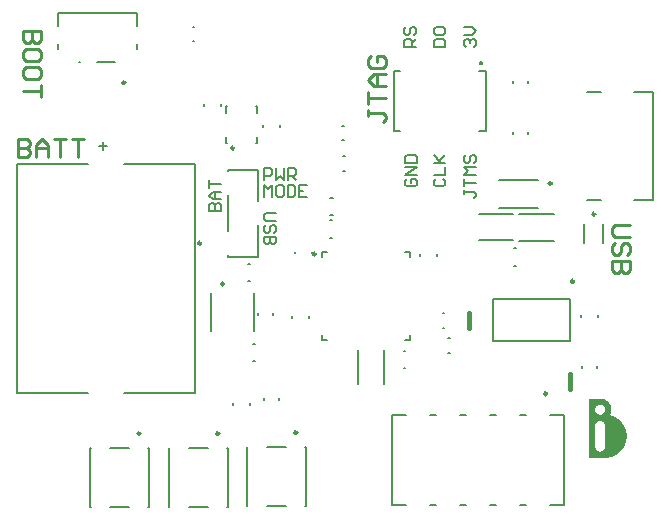
<source format=gbr>
%TF.GenerationSoftware,Altium Limited,Altium Designer,24.5.2 (23)*%
G04 Layer_Color=65535*
%FSLAX45Y45*%
%MOMM*%
%TF.SameCoordinates,2BA89E6E-902A-415B-B0B5-23ADD7A02043*%
%TF.FilePolarity,Positive*%
%TF.FileFunction,Legend,Top*%
%TF.Part,Single*%
G01*
G75*
%TA.AperFunction,NonConductor*%
%ADD51C,0.25000*%
%ADD52C,0.20000*%
%ADD53C,0.40000*%
%ADD54C,0.17000*%
%ADD55C,0.25400*%
G36*
X11886079Y7931366D02*
X11889723D01*
Y7931208D01*
X11891782D01*
Y7931049D01*
X11893525D01*
Y7930891D01*
X11894951D01*
Y7930732D01*
X11896218D01*
Y7930574D01*
X11897327D01*
Y7930415D01*
X11898436D01*
Y7930257D01*
X11899386D01*
Y7930099D01*
X11900337D01*
Y7929940D01*
X11901287D01*
Y7929782D01*
X11902079D01*
Y7929623D01*
X11902872D01*
Y7929465D01*
X11903664D01*
Y7929307D01*
X11904297D01*
Y7929148D01*
X11905089D01*
Y7928990D01*
X11905723D01*
Y7928831D01*
X11906357D01*
Y7928673D01*
X11906990D01*
Y7928514D01*
X11907624D01*
Y7928356D01*
X11908258D01*
Y7928198D01*
X11908891D01*
Y7928039D01*
X11909367D01*
Y7927881D01*
X11910000D01*
Y7927723D01*
X11910475D01*
Y7927564D01*
X11911109D01*
Y7927406D01*
X11911584D01*
Y7927247D01*
X11912059D01*
Y7927089D01*
X11912535D01*
Y7926930D01*
X11913010D01*
Y7926772D01*
X11913485D01*
Y7926614D01*
X11913961D01*
Y7926455D01*
X11914436D01*
Y7926297D01*
X11914911D01*
Y7926138D01*
X11915386D01*
Y7925980D01*
X11915862D01*
Y7925822D01*
X11916337D01*
Y7925663D01*
X11916812D01*
Y7925505D01*
X11917129D01*
Y7925346D01*
X11917604D01*
Y7925188D01*
X11918079D01*
Y7925029D01*
X11918396D01*
Y7924871D01*
X11918872D01*
Y7924713D01*
X11919188D01*
Y7924554D01*
X11919663D01*
Y7924396D01*
X11919980D01*
Y7924237D01*
X11920297D01*
Y7924079D01*
X11920772D01*
Y7923920D01*
X11921089D01*
Y7923762D01*
X11921564D01*
Y7923604D01*
X11921881D01*
Y7923445D01*
X11922198D01*
Y7923287D01*
X11922515D01*
Y7923128D01*
X11922990D01*
Y7922970D01*
X11923307D01*
Y7922812D01*
X11923624D01*
Y7922653D01*
X11923941D01*
Y7922495D01*
X11924258D01*
Y7922336D01*
X11924574D01*
Y7922178D01*
X11925050D01*
Y7922019D01*
X11925367D01*
Y7921861D01*
X11925683D01*
Y7921703D01*
X11926000D01*
Y7921544D01*
X11926317D01*
Y7921386D01*
X11926634D01*
Y7921227D01*
X11926951D01*
Y7921069D01*
X11927267D01*
Y7920910D01*
X11927584D01*
Y7920752D01*
X11927743D01*
Y7920594D01*
X11928059D01*
Y7920435D01*
X11928376D01*
Y7920277D01*
X11928693D01*
Y7920119D01*
X11929010D01*
Y7919960D01*
X11929327D01*
Y7919802D01*
X11929644D01*
Y7919643D01*
X11929802D01*
Y7919485D01*
X11930119D01*
Y7919326D01*
X11930436D01*
Y7919168D01*
X11930753D01*
Y7919010D01*
X11931069D01*
Y7918851D01*
X11931228D01*
Y7918693D01*
X11931545D01*
Y7918534D01*
X11931862D01*
Y7918376D01*
X11932020D01*
Y7918218D01*
X11932337D01*
Y7918059D01*
X11932654D01*
Y7917901D01*
X11932812D01*
Y7917742D01*
X11933129D01*
Y7917584D01*
X11933446D01*
Y7917425D01*
X11933604D01*
Y7917267D01*
X11933921D01*
Y7917109D01*
X11934238D01*
Y7916950D01*
X11934396D01*
Y7916792D01*
X11934713D01*
Y7916633D01*
X11934871D01*
Y7916475D01*
X11935188D01*
Y7916316D01*
X11935347D01*
Y7916158D01*
X11935663D01*
Y7916000D01*
X11935822D01*
Y7915841D01*
X11936139D01*
Y7915683D01*
X11936456D01*
Y7915524D01*
X11936614D01*
Y7915366D01*
X11936931D01*
Y7915208D01*
X11937089D01*
Y7915049D01*
X11937248D01*
Y7914891D01*
X11937564D01*
Y7914732D01*
X11937723D01*
Y7914574D01*
X11938040D01*
Y7914415D01*
X11938198D01*
Y7914257D01*
X11938515D01*
Y7914099D01*
X11938673D01*
Y7913940D01*
X11938990D01*
Y7913782D01*
X11939149D01*
Y7913623D01*
X11939307D01*
Y7913465D01*
X11939624D01*
Y7913307D01*
X11939782D01*
Y7913148D01*
X11939941D01*
Y7912990D01*
X11940258D01*
Y7912831D01*
X11940416D01*
Y7912673D01*
X11940574D01*
Y7912515D01*
X11940891D01*
Y7912356D01*
X11941050D01*
Y7912198D01*
X11941208D01*
Y7912039D01*
X11941525D01*
Y7911881D01*
X11941683D01*
Y7911723D01*
X11941842D01*
Y7911564D01*
X11942158D01*
Y7911406D01*
X11942317D01*
Y7911247D01*
X11942475D01*
Y7911089D01*
X11942634D01*
Y7910930D01*
X11942951D01*
Y7910772D01*
X11943109D01*
Y7910614D01*
X11943267D01*
Y7910455D01*
X11943426D01*
Y7910297D01*
X11943743D01*
Y7910138D01*
X11943901D01*
Y7909980D01*
X11944060D01*
Y7909821D01*
X11944218D01*
Y7909663D01*
X11944535D01*
Y7909505D01*
X11944693D01*
Y7909346D01*
X11944852D01*
Y7909188D01*
X11945010D01*
Y7909029D01*
X11945168D01*
Y7908871D01*
X11945485D01*
Y7908713D01*
X11945644D01*
Y7908554D01*
X11945802D01*
Y7908396D01*
X11945961D01*
Y7908237D01*
X11946119D01*
Y7908079D01*
X11946277D01*
Y7907920D01*
X11946436D01*
Y7907762D01*
X11946753D01*
Y7907604D01*
X11946911D01*
Y7907445D01*
X11947070D01*
Y7907287D01*
X11947228D01*
Y7907128D01*
X11947386D01*
Y7906970D01*
X11947545D01*
Y7906811D01*
X11947703D01*
Y7906653D01*
X11947862D01*
Y7906495D01*
X11948178D01*
Y7906336D01*
X11948337D01*
Y7906178D01*
X11948495D01*
Y7906019D01*
X11948654D01*
Y7905861D01*
X11948812D01*
Y7905703D01*
X11948971D01*
Y7905544D01*
X11949129D01*
Y7905386D01*
X11949287D01*
Y7905228D01*
X11949446D01*
Y7905069D01*
X11949604D01*
Y7904911D01*
X11949762D01*
Y7904752D01*
X11949921D01*
Y7904594D01*
X11950079D01*
Y7904435D01*
X11950238D01*
Y7904277D01*
X11950396D01*
Y7904119D01*
X11950555D01*
Y7903960D01*
X11950713D01*
Y7903802D01*
X11950871D01*
Y7903643D01*
X11951030D01*
Y7903485D01*
X11951188D01*
Y7903326D01*
X11951347D01*
Y7903168D01*
X11951505D01*
Y7903010D01*
X11951663D01*
Y7902851D01*
X11951822D01*
Y7902693D01*
X11951980D01*
Y7902534D01*
X11952139D01*
Y7902376D01*
X11952297D01*
Y7902218D01*
X11952456D01*
Y7902059D01*
X11952614D01*
Y7901901D01*
X11952772D01*
Y7901742D01*
X11952931D01*
Y7901584D01*
X11953089D01*
Y7901425D01*
X11953248D01*
Y7901267D01*
X11953406D01*
Y7901109D01*
X11953565D01*
Y7900950D01*
X11953723D01*
Y7900792D01*
X11953881D01*
Y7900633D01*
X11954040D01*
Y7900316D01*
X11954198D01*
Y7900158D01*
X11954357D01*
Y7900000D01*
X11954515D01*
Y7899841D01*
X11954673D01*
Y7899683D01*
X11954832D01*
Y7899524D01*
X11954990D01*
Y7899366D01*
X11955149D01*
Y7899208D01*
X11955307D01*
Y7898891D01*
X11955466D01*
Y7898732D01*
X11955624D01*
Y7898574D01*
X11955782D01*
Y7898415D01*
X11955941D01*
Y7898257D01*
X11956099D01*
Y7898099D01*
X11956258D01*
Y7897940D01*
X11956416D01*
Y7897624D01*
X11956575D01*
Y7897465D01*
X11956733D01*
Y7897307D01*
X11956891D01*
Y7897148D01*
X11957050D01*
Y7896990D01*
X11957208D01*
Y7896673D01*
X11957366D01*
Y7896515D01*
X11957525D01*
Y7896356D01*
X11957683D01*
Y7896198D01*
X11957842D01*
Y7895881D01*
X11958000D01*
Y7895723D01*
X11958158D01*
Y7895564D01*
X11958317D01*
Y7895406D01*
X11958475D01*
Y7895089D01*
X11958634D01*
Y7894930D01*
X11958792D01*
Y7894772D01*
X11958951D01*
Y7894614D01*
X11959109D01*
Y7894297D01*
X11959267D01*
Y7894138D01*
X11959426D01*
Y7893980D01*
X11959584D01*
Y7893663D01*
X11959743D01*
Y7893505D01*
X11959901D01*
Y7893346D01*
X11960060D01*
Y7893029D01*
X11960218D01*
Y7892871D01*
X11960376D01*
Y7892713D01*
X11960535D01*
Y7892396D01*
X11960693D01*
Y7892237D01*
X11960852D01*
Y7892079D01*
X11961010D01*
Y7891762D01*
X11961168D01*
Y7891604D01*
X11961327D01*
Y7891287D01*
X11961485D01*
Y7891128D01*
X11961644D01*
Y7890970D01*
X11961802D01*
Y7890653D01*
X11961961D01*
Y7890495D01*
X11962119D01*
Y7890178D01*
X11962277D01*
Y7890020D01*
X11962436D01*
Y7889703D01*
X11962594D01*
Y7889544D01*
X11962753D01*
Y7889227D01*
X11962911D01*
Y7889069D01*
X11963070D01*
Y7888752D01*
X11963228D01*
Y7888594D01*
X11963386D01*
Y7888277D01*
X11963545D01*
Y7888119D01*
X11963703D01*
Y7887802D01*
X11963862D01*
Y7887643D01*
X11964020D01*
Y7887326D01*
X11964178D01*
Y7887168D01*
X11964337D01*
Y7886851D01*
X11964495D01*
Y7886534D01*
X11964653D01*
Y7886376D01*
X11964812D01*
Y7886059D01*
X11964970D01*
Y7885901D01*
X11965129D01*
Y7885584D01*
X11965287D01*
Y7885267D01*
X11965446D01*
Y7885109D01*
X11965604D01*
Y7884792D01*
X11965762D01*
Y7884475D01*
X11965921D01*
Y7884316D01*
X11966079D01*
Y7884000D01*
X11966238D01*
Y7883683D01*
X11966396D01*
Y7883366D01*
X11966555D01*
Y7883208D01*
X11966713D01*
Y7882891D01*
X11966871D01*
Y7882574D01*
X11967030D01*
Y7882257D01*
X11967188D01*
Y7882099D01*
X11967347D01*
Y7881782D01*
X11967505D01*
Y7881465D01*
X11967663D01*
Y7881148D01*
X11967822D01*
Y7880831D01*
X11967980D01*
Y7880515D01*
X11968139D01*
Y7880198D01*
X11968297D01*
Y7879881D01*
X11968456D01*
Y7879564D01*
X11968614D01*
Y7879406D01*
X11968772D01*
Y7879089D01*
X11968931D01*
Y7878772D01*
X11969089D01*
Y7878455D01*
X11969248D01*
Y7877980D01*
X11969406D01*
Y7877663D01*
X11969565D01*
Y7877346D01*
X11969723D01*
Y7877029D01*
X11969881D01*
Y7876712D01*
X11970040D01*
Y7876396D01*
X11970198D01*
Y7876079D01*
X11970357D01*
Y7875762D01*
X11970515D01*
Y7875287D01*
X11970673D01*
Y7874970D01*
X11970832D01*
Y7874653D01*
X11970990D01*
Y7874336D01*
X11971149D01*
Y7873861D01*
X11971307D01*
Y7873544D01*
X11971466D01*
Y7873227D01*
X11971624D01*
Y7872752D01*
X11971782D01*
Y7872435D01*
X11971941D01*
Y7871960D01*
X11972099D01*
Y7871643D01*
X11972257D01*
Y7871168D01*
X11972416D01*
Y7870851D01*
X11972574D01*
Y7870376D01*
X11972733D01*
Y7870059D01*
X11972891D01*
Y7869584D01*
X11973050D01*
Y7869109D01*
X11973208D01*
Y7868792D01*
X11973366D01*
Y7868316D01*
X11973525D01*
Y7867841D01*
X11973683D01*
Y7867366D01*
X11973842D01*
Y7866891D01*
X11974000D01*
Y7866416D01*
X11974159D01*
Y7865940D01*
X11974317D01*
Y7865465D01*
X11974475D01*
Y7864990D01*
X11974634D01*
Y7864515D01*
X11974792D01*
Y7864039D01*
X11974951D01*
Y7863406D01*
X11975109D01*
Y7862930D01*
X11975267D01*
Y7862297D01*
X11975426D01*
Y7861821D01*
X11975584D01*
Y7861188D01*
X11975743D01*
Y7860554D01*
X11975901D01*
Y7860079D01*
X11976060D01*
Y7859445D01*
X11976218D01*
Y7858812D01*
X11976376D01*
Y7858178D01*
X11976535D01*
Y7857386D01*
X11976693D01*
Y7856752D01*
X11976852D01*
Y7855960D01*
X11977010D01*
Y7855168D01*
X11977169D01*
Y7854376D01*
X11977327D01*
Y7853584D01*
X11977485D01*
Y7852633D01*
X11977644D01*
Y7851841D01*
X11977802D01*
Y7850732D01*
X11977961D01*
Y7849623D01*
X11978119D01*
Y7848515D01*
X11978277D01*
Y7847247D01*
X11978436D01*
Y7845821D01*
X11978594D01*
Y7844079D01*
X11978753D01*
Y7841703D01*
X11978911D01*
Y7837109D01*
X11979070D01*
Y7835366D01*
X11978911D01*
Y7830613D01*
X11978753D01*
Y7828396D01*
X11978594D01*
Y7826653D01*
X11978436D01*
Y7825227D01*
X11978277D01*
Y7823802D01*
X11978119D01*
Y7822693D01*
X11977961D01*
Y7821584D01*
X11977802D01*
Y7820633D01*
X11977644D01*
Y7819683D01*
X11977485D01*
Y7818891D01*
X11977327D01*
Y7817940D01*
X11977169D01*
Y7817148D01*
X11977010D01*
Y7816356D01*
X11976852D01*
Y7815722D01*
X11976693D01*
Y7814931D01*
X11976535D01*
Y7814297D01*
X11976376D01*
Y7813663D01*
X11976218D01*
Y7813029D01*
X11976060D01*
Y7812396D01*
X11975901D01*
Y7811762D01*
X11975743D01*
Y7811128D01*
X11975584D01*
Y7810653D01*
X11975426D01*
Y7810019D01*
X11975267D01*
Y7809544D01*
X11975109D01*
Y7808911D01*
X11974951D01*
Y7808435D01*
X11974792D01*
Y7807960D01*
X11974634D01*
Y7807485D01*
X11974475D01*
Y7806851D01*
X11974317D01*
Y7806376D01*
X11974159D01*
Y7805901D01*
X11974000D01*
Y7805426D01*
X11973842D01*
Y7804950D01*
X11973683D01*
Y7804633D01*
X11973525D01*
Y7804158D01*
X11973366D01*
Y7803683D01*
X11973208D01*
Y7803208D01*
X11973050D01*
Y7802891D01*
X11972891D01*
Y7802416D01*
X11972733D01*
Y7801940D01*
X11972574D01*
Y7801623D01*
X11972416D01*
Y7801148D01*
X11972257D01*
Y7800831D01*
X11972099D01*
Y7800356D01*
X11971941D01*
Y7800039D01*
X11971782D01*
Y7799564D01*
X11971624D01*
Y7799247D01*
X11971466D01*
Y7798931D01*
X11971307D01*
Y7798455D01*
X11971149D01*
Y7798138D01*
X11970990D01*
Y7797822D01*
X11970832D01*
Y7797346D01*
X11970673D01*
Y7797029D01*
X11970515D01*
Y7796713D01*
X11970357D01*
Y7796396D01*
X11970198D01*
Y7796079D01*
X11970040D01*
Y7795604D01*
X11969881D01*
Y7795287D01*
X11969723D01*
Y7794970D01*
X11969565D01*
Y7794653D01*
X11969406D01*
Y7794336D01*
X11969248D01*
Y7794019D01*
X11969089D01*
Y7793703D01*
X11968931D01*
Y7793386D01*
X11968772D01*
Y7793069D01*
X11968614D01*
Y7792752D01*
X11968456D01*
Y7792435D01*
X11968297D01*
Y7792119D01*
X11968139D01*
Y7791802D01*
X11967980D01*
Y7791485D01*
X11967822D01*
Y7791327D01*
X11967663D01*
Y7791010D01*
X11967505D01*
Y7790693D01*
X11967347D01*
Y7790376D01*
X11967188D01*
Y7790059D01*
X11967030D01*
Y7789742D01*
X11966871D01*
Y7789584D01*
X11967505D01*
Y7789425D01*
X11968139D01*
Y7789267D01*
X11968772D01*
Y7789109D01*
X11969406D01*
Y7788950D01*
X11970040D01*
Y7788792D01*
X11970673D01*
Y7788633D01*
X11971307D01*
Y7788475D01*
X11971941D01*
Y7788317D01*
X11972574D01*
Y7788158D01*
X11973208D01*
Y7788000D01*
X11973683D01*
Y7787841D01*
X11974317D01*
Y7787683D01*
X11974951D01*
Y7787524D01*
X11975426D01*
Y7787366D01*
X11976060D01*
Y7787208D01*
X11976535D01*
Y7787049D01*
X11977169D01*
Y7786891D01*
X11977644D01*
Y7786732D01*
X11978119D01*
Y7786574D01*
X11978753D01*
Y7786415D01*
X11979228D01*
Y7786257D01*
X11979703D01*
Y7786099D01*
X11980178D01*
Y7785940D01*
X11980654D01*
Y7785782D01*
X11981287D01*
Y7785623D01*
X11981762D01*
Y7785465D01*
X11982238D01*
Y7785307D01*
X11982713D01*
Y7785148D01*
X11983188D01*
Y7784990D01*
X11983664D01*
Y7784832D01*
X11984139D01*
Y7784673D01*
X11984614D01*
Y7784515D01*
X11985089D01*
Y7784356D01*
X11985565D01*
Y7784198D01*
X11985881D01*
Y7784039D01*
X11986357D01*
Y7783881D01*
X11986832D01*
Y7783723D01*
X11987307D01*
Y7783564D01*
X11987782D01*
Y7783406D01*
X11988099D01*
Y7783247D01*
X11988574D01*
Y7783089D01*
X11989050D01*
Y7782930D01*
X11989525D01*
Y7782772D01*
X11989842D01*
Y7782614D01*
X11990317D01*
Y7782455D01*
X11990792D01*
Y7782297D01*
X11991109D01*
Y7782138D01*
X11991584D01*
Y7781980D01*
X11991901D01*
Y7781822D01*
X11992376D01*
Y7781663D01*
X11992693D01*
Y7781505D01*
X11993169D01*
Y7781346D01*
X11993644D01*
Y7781188D01*
X11993961D01*
Y7781029D01*
X11994277D01*
Y7780871D01*
X11994752D01*
Y7780713D01*
X11995069D01*
Y7780554D01*
X11995545D01*
Y7780396D01*
X11995861D01*
Y7780237D01*
X11996337D01*
Y7780079D01*
X11996654D01*
Y7779920D01*
X11996970D01*
Y7779762D01*
X11997446D01*
Y7779604D01*
X11997762D01*
Y7779445D01*
X11998079D01*
Y7779287D01*
X11998555D01*
Y7779128D01*
X11998871D01*
Y7778970D01*
X11999188D01*
Y7778812D01*
X11999505D01*
Y7778653D01*
X11999980D01*
Y7778495D01*
X12000297D01*
Y7778336D01*
X12000614D01*
Y7778178D01*
X12000931D01*
Y7778019D01*
X12001406D01*
Y7777861D01*
X12001723D01*
Y7777703D01*
X12002040D01*
Y7777544D01*
X12002356D01*
Y7777386D01*
X12002673D01*
Y7777228D01*
X12002990D01*
Y7777069D01*
X12003465D01*
Y7776911D01*
X12003782D01*
Y7776752D01*
X12004099D01*
Y7776594D01*
X12004416D01*
Y7776435D01*
X12004733D01*
Y7776277D01*
X12005050D01*
Y7776119D01*
X12005366D01*
Y7775960D01*
X12005683D01*
Y7775802D01*
X12006000D01*
Y7775643D01*
X12006317D01*
Y7775485D01*
X12006634D01*
Y7775327D01*
X12006951D01*
Y7775168D01*
X12007268D01*
Y7775010D01*
X12007584D01*
Y7774851D01*
X12007901D01*
Y7774693D01*
X12008218D01*
Y7774534D01*
X12008535D01*
Y7774376D01*
X12008852D01*
Y7774218D01*
X12009169D01*
Y7774059D01*
X12009485D01*
Y7773901D01*
X12009802D01*
Y7773742D01*
X12010119D01*
Y7773584D01*
X12010436D01*
Y7773425D01*
X12010753D01*
Y7773267D01*
X12011069D01*
Y7773109D01*
X12011228D01*
Y7772950D01*
X12011545D01*
Y7772792D01*
X12011861D01*
Y7772633D01*
X12012178D01*
Y7772475D01*
X12012495D01*
Y7772317D01*
X12012812D01*
Y7772158D01*
X12013129D01*
Y7772000D01*
X12013287D01*
Y7771841D01*
X12013604D01*
Y7771683D01*
X12013921D01*
Y7771524D01*
X12014238D01*
Y7771366D01*
X12014555D01*
Y7771208D01*
X12014713D01*
Y7771049D01*
X12015030D01*
Y7770891D01*
X12015347D01*
Y7770732D01*
X12015664D01*
Y7770574D01*
X12015822D01*
Y7770415D01*
X12016139D01*
Y7770257D01*
X12016456D01*
Y7770099D01*
X12016773D01*
Y7769940D01*
X12016931D01*
Y7769782D01*
X12017248D01*
Y7769624D01*
X12017564D01*
Y7769465D01*
X12017881D01*
Y7769307D01*
X12018040D01*
Y7769148D01*
X12018356D01*
Y7768990D01*
X12018673D01*
Y7768832D01*
X12018832D01*
Y7768673D01*
X12019149D01*
Y7768515D01*
X12019465D01*
Y7768356D01*
X12019624D01*
Y7768198D01*
X12019941D01*
Y7768039D01*
X12020258D01*
Y7767881D01*
X12020416D01*
Y7767723D01*
X12020733D01*
Y7767564D01*
X12021050D01*
Y7767406D01*
X12021208D01*
Y7767247D01*
X12021525D01*
Y7767089D01*
X12021683D01*
Y7766930D01*
X12022000D01*
Y7766772D01*
X12022317D01*
Y7766614D01*
X12022475D01*
Y7766455D01*
X12022792D01*
Y7766297D01*
X12022951D01*
Y7766138D01*
X12023268D01*
Y7765980D01*
X12023584D01*
Y7765822D01*
X12023743D01*
Y7765663D01*
X12024060D01*
Y7765505D01*
X12024218D01*
Y7765346D01*
X12024535D01*
Y7765188D01*
X12024693D01*
Y7765029D01*
X12025010D01*
Y7764871D01*
X12025168D01*
Y7764713D01*
X12025485D01*
Y7764554D01*
X12025802D01*
Y7764396D01*
X12025960D01*
Y7764237D01*
X12026277D01*
Y7764079D01*
X12026436D01*
Y7763920D01*
X12026753D01*
Y7763762D01*
X12026911D01*
Y7763604D01*
X12027228D01*
Y7763445D01*
X12027386D01*
Y7763287D01*
X12027703D01*
Y7763128D01*
X12027861D01*
Y7762970D01*
X12028020D01*
Y7762812D01*
X12028337D01*
Y7762653D01*
X12028495D01*
Y7762495D01*
X12028812D01*
Y7762336D01*
X12028970D01*
Y7762178D01*
X12029287D01*
Y7762020D01*
X12029446D01*
Y7761861D01*
X12029763D01*
Y7761703D01*
X12029921D01*
Y7761544D01*
X12030238D01*
Y7761386D01*
X12030396D01*
Y7761228D01*
X12030555D01*
Y7761069D01*
X12030871D01*
Y7760911D01*
X12031030D01*
Y7760752D01*
X12031347D01*
Y7760594D01*
X12031505D01*
Y7760435D01*
X12031664D01*
Y7760277D01*
X12031980D01*
Y7760119D01*
X12032139D01*
Y7759960D01*
X12032455D01*
Y7759802D01*
X12032614D01*
Y7759643D01*
X12032772D01*
Y7759485D01*
X12033089D01*
Y7759326D01*
X12033248D01*
Y7759168D01*
X12033406D01*
Y7759010D01*
X12033723D01*
Y7758851D01*
X12033881D01*
Y7758693D01*
X12034198D01*
Y7758534D01*
X12034356D01*
Y7758376D01*
X12034515D01*
Y7758218D01*
X12034832D01*
Y7758059D01*
X12034990D01*
Y7757901D01*
X12035149D01*
Y7757742D01*
X12035465D01*
Y7757584D01*
X12035624D01*
Y7757425D01*
X12035782D01*
Y7757267D01*
X12036099D01*
Y7757109D01*
X12036258D01*
Y7756950D01*
X12036416D01*
Y7756792D01*
X12036574D01*
Y7756633D01*
X12036891D01*
Y7756475D01*
X12037050D01*
Y7756316D01*
X12037208D01*
Y7756158D01*
X12037525D01*
Y7756000D01*
X12037683D01*
Y7755841D01*
X12037842D01*
Y7755683D01*
X12038159D01*
Y7755524D01*
X12038317D01*
Y7755366D01*
X12038475D01*
Y7755208D01*
X12038634D01*
Y7755049D01*
X12038951D01*
Y7754891D01*
X12039109D01*
Y7754733D01*
X12039268D01*
Y7754574D01*
X12039426D01*
Y7754416D01*
X12039743D01*
Y7754257D01*
X12039901D01*
Y7754099D01*
X12040059D01*
Y7753940D01*
X12040218D01*
Y7753782D01*
X12040535D01*
Y7753624D01*
X12040693D01*
Y7753465D01*
X12040852D01*
Y7753307D01*
X12041010D01*
Y7753148D01*
X12041168D01*
Y7752990D01*
X12041485D01*
Y7752831D01*
X12041644D01*
Y7752673D01*
X12041802D01*
Y7752515D01*
X12041960D01*
Y7752356D01*
X12042277D01*
Y7752198D01*
X12042436D01*
Y7752039D01*
X12042594D01*
Y7751881D01*
X12042753D01*
Y7751723D01*
X12042911D01*
Y7751564D01*
X12043228D01*
Y7751406D01*
X12043386D01*
Y7751247D01*
X12043545D01*
Y7751089D01*
X12043703D01*
Y7750930D01*
X12043862D01*
Y7750772D01*
X12044020D01*
Y7750614D01*
X12044337D01*
Y7750455D01*
X12044495D01*
Y7750297D01*
X12044654D01*
Y7750138D01*
X12044812D01*
Y7749980D01*
X12044970D01*
Y7749821D01*
X12045129D01*
Y7749663D01*
X12045446D01*
Y7749505D01*
X12045604D01*
Y7749346D01*
X12045763D01*
Y7749188D01*
X12045921D01*
Y7749029D01*
X12046079D01*
Y7748871D01*
X12046238D01*
Y7748713D01*
X12046396D01*
Y7748554D01*
X12046713D01*
Y7748396D01*
X12046872D01*
Y7748237D01*
X12047030D01*
Y7748079D01*
X12047188D01*
Y7747920D01*
X12047347D01*
Y7747762D01*
X12047505D01*
Y7747604D01*
X12047663D01*
Y7747445D01*
X12047822D01*
Y7747287D01*
X12047980D01*
Y7747129D01*
X12048297D01*
Y7746970D01*
X12048455D01*
Y7746812D01*
X12048614D01*
Y7746653D01*
X12048772D01*
Y7746495D01*
X12048931D01*
Y7746336D01*
X12049089D01*
Y7746178D01*
X12049248D01*
Y7746020D01*
X12049406D01*
Y7745861D01*
X12049564D01*
Y7745703D01*
X12049723D01*
Y7745544D01*
X12049881D01*
Y7745386D01*
X12050198D01*
Y7745228D01*
X12050357D01*
Y7745069D01*
X12050515D01*
Y7744911D01*
X12050673D01*
Y7744752D01*
X12050832D01*
Y7744594D01*
X12050990D01*
Y7744435D01*
X12051149D01*
Y7744277D01*
X12051307D01*
Y7744119D01*
X12051465D01*
Y7743960D01*
X12051624D01*
Y7743802D01*
X12051782D01*
Y7743643D01*
X12051941D01*
Y7743485D01*
X12052099D01*
Y7743326D01*
X12052258D01*
Y7743168D01*
X12052416D01*
Y7743010D01*
X12052574D01*
Y7742851D01*
X12052733D01*
Y7742693D01*
X12052891D01*
Y7742534D01*
X12053050D01*
Y7742376D01*
X12053208D01*
Y7742218D01*
X12053367D01*
Y7742059D01*
X12053525D01*
Y7741901D01*
X12053842D01*
Y7741742D01*
X12054000D01*
Y7741584D01*
X12054159D01*
Y7741425D01*
X12054317D01*
Y7741267D01*
X12054475D01*
Y7741109D01*
X12054634D01*
Y7740950D01*
X12054792D01*
Y7740792D01*
X12054950D01*
Y7740633D01*
X12055109D01*
Y7740475D01*
X12055267D01*
Y7740316D01*
X12055426D01*
Y7740158D01*
X12055584D01*
Y7740000D01*
X12055743D01*
Y7739683D01*
X12055901D01*
Y7739525D01*
X12056059D01*
Y7739366D01*
X12056218D01*
Y7739208D01*
X12056376D01*
Y7739049D01*
X12056535D01*
Y7738891D01*
X12056693D01*
Y7738733D01*
X12056852D01*
Y7738574D01*
X12057010D01*
Y7738416D01*
X12057168D01*
Y7738257D01*
X12057327D01*
Y7738099D01*
X12057485D01*
Y7737940D01*
X12057644D01*
Y7737782D01*
X12057802D01*
Y7737624D01*
X12057960D01*
Y7737465D01*
X12058119D01*
Y7737307D01*
X12058277D01*
Y7737148D01*
X12058436D01*
Y7736990D01*
X12058594D01*
Y7736831D01*
X12058753D01*
Y7736673D01*
X12058911D01*
Y7736515D01*
X12059069D01*
Y7736356D01*
X12059228D01*
Y7736198D01*
X12059386D01*
Y7735881D01*
X12059545D01*
Y7735723D01*
X12059703D01*
Y7735564D01*
X12059862D01*
Y7735406D01*
X12060020D01*
Y7735247D01*
X12060178D01*
Y7735089D01*
X12060337D01*
Y7734930D01*
X12060495D01*
Y7734772D01*
X12060654D01*
Y7734614D01*
X12060812D01*
Y7734455D01*
X12060970D01*
Y7734297D01*
X12061129D01*
Y7733980D01*
X12061287D01*
Y7733821D01*
X12061446D01*
Y7733663D01*
X12061604D01*
Y7733505D01*
X12061763D01*
Y7733346D01*
X12061921D01*
Y7733188D01*
X12062079D01*
Y7733029D01*
X12062238D01*
Y7732871D01*
X12062396D01*
Y7732554D01*
X12062554D01*
Y7732396D01*
X12062713D01*
Y7732237D01*
X12062871D01*
Y7732079D01*
X12063030D01*
Y7731921D01*
X12063188D01*
Y7731762D01*
X12063347D01*
Y7731604D01*
X12063505D01*
Y7731287D01*
X12063663D01*
Y7731129D01*
X12063822D01*
Y7730970D01*
X12063980D01*
Y7730812D01*
X12064139D01*
Y7730653D01*
X12064297D01*
Y7730495D01*
X12064455D01*
Y7730336D01*
X12064614D01*
Y7730020D01*
X12064772D01*
Y7729861D01*
X12064931D01*
Y7729703D01*
X12065089D01*
Y7729544D01*
X12065248D01*
Y7729386D01*
X12065406D01*
Y7729069D01*
X12065564D01*
Y7728911D01*
X12065723D01*
Y7728752D01*
X12065881D01*
Y7728594D01*
X12066040D01*
Y7728435D01*
X12066198D01*
Y7728119D01*
X12066357D01*
Y7727960D01*
X12066515D01*
Y7727802D01*
X12066673D01*
Y7727643D01*
X12066832D01*
Y7727485D01*
X12066990D01*
Y7727168D01*
X12067149D01*
Y7727010D01*
X12067307D01*
Y7726851D01*
X12067465D01*
Y7726693D01*
X12067624D01*
Y7726376D01*
X12067782D01*
Y7726217D01*
X12067941D01*
Y7726059D01*
X12068099D01*
Y7725901D01*
X12068258D01*
Y7725742D01*
X12068416D01*
Y7725425D01*
X12068574D01*
Y7725267D01*
X12068733D01*
Y7725109D01*
X12068891D01*
Y7724792D01*
X12069050D01*
Y7724634D01*
X12069208D01*
Y7724475D01*
X12069367D01*
Y7724317D01*
X12069525D01*
Y7724000D01*
X12069683D01*
Y7723841D01*
X12069842D01*
Y7723683D01*
X12070000D01*
Y7723525D01*
X12070158D01*
Y7723208D01*
X12070317D01*
Y7723049D01*
X12070475D01*
Y7722891D01*
X12070634D01*
Y7722574D01*
X12070792D01*
Y7722416D01*
X12070951D01*
Y7722257D01*
X12071109D01*
Y7721940D01*
X12071267D01*
Y7721782D01*
X12071426D01*
Y7721624D01*
X12071584D01*
Y7721307D01*
X12071743D01*
Y7721148D01*
X12071901D01*
Y7720990D01*
X12072059D01*
Y7720673D01*
X12072218D01*
Y7720515D01*
X12072376D01*
Y7720356D01*
X12072535D01*
Y7720039D01*
X12072693D01*
Y7719881D01*
X12072852D01*
Y7719722D01*
X12073010D01*
Y7719406D01*
X12073168D01*
Y7719247D01*
X12073327D01*
Y7719089D01*
X12073485D01*
Y7718772D01*
X12073644D01*
Y7718614D01*
X12073802D01*
Y7718297D01*
X12073961D01*
Y7718138D01*
X12074119D01*
Y7717980D01*
X12074277D01*
Y7717663D01*
X12074436D01*
Y7717505D01*
X12074594D01*
Y7717188D01*
X12074753D01*
Y7717030D01*
X12074911D01*
Y7716871D01*
X12075069D01*
Y7716554D01*
X12075228D01*
Y7716396D01*
X12075386D01*
Y7716079D01*
X12075545D01*
Y7715921D01*
X12075703D01*
Y7715604D01*
X12075862D01*
Y7715445D01*
X12076020D01*
Y7715287D01*
X12076178D01*
Y7714970D01*
X12076337D01*
Y7714812D01*
X12076495D01*
Y7714495D01*
X12076654D01*
Y7714336D01*
X12076812D01*
Y7714020D01*
X12076971D01*
Y7713861D01*
X12077129D01*
Y7713544D01*
X12077287D01*
Y7713386D01*
X12077446D01*
Y7713069D01*
X12077604D01*
Y7712911D01*
X12077762D01*
Y7712594D01*
X12077921D01*
Y7712435D01*
X12078079D01*
Y7712119D01*
X12078238D01*
Y7711960D01*
X12078396D01*
Y7711643D01*
X12078554D01*
Y7711485D01*
X12078713D01*
Y7711168D01*
X12078871D01*
Y7711010D01*
X12079030D01*
Y7710693D01*
X12079188D01*
Y7710534D01*
X12079347D01*
Y7710217D01*
X12079505D01*
Y7709901D01*
X12079663D01*
Y7709742D01*
X12079822D01*
Y7709426D01*
X12079980D01*
Y7709267D01*
X12080139D01*
Y7708950D01*
X12080297D01*
Y7708792D01*
X12080456D01*
Y7708475D01*
X12080614D01*
Y7708158D01*
X12080772D01*
Y7708000D01*
X12080931D01*
Y7707683D01*
X12081089D01*
Y7707525D01*
X12081248D01*
Y7707208D01*
X12081406D01*
Y7706891D01*
X12081564D01*
Y7706732D01*
X12081723D01*
Y7706416D01*
X12081881D01*
Y7706099D01*
X12082040D01*
Y7705940D01*
X12082198D01*
Y7705624D01*
X12082357D01*
Y7705307D01*
X12082515D01*
Y7705148D01*
X12082673D01*
Y7704831D01*
X12082832D01*
Y7704515D01*
X12082990D01*
Y7704356D01*
X12083149D01*
Y7704039D01*
X12083307D01*
Y7703722D01*
X12083466D01*
Y7703564D01*
X12083624D01*
Y7703247D01*
X12083782D01*
Y7702930D01*
X12083941D01*
Y7702614D01*
X12084099D01*
Y7702455D01*
X12084258D01*
Y7702138D01*
X12084416D01*
Y7701822D01*
X12084574D01*
Y7701505D01*
X12084733D01*
Y7701346D01*
X12084891D01*
Y7701030D01*
X12085049D01*
Y7700713D01*
X12085208D01*
Y7700396D01*
X12085366D01*
Y7700079D01*
X12085525D01*
Y7699921D01*
X12085683D01*
Y7699604D01*
X12085842D01*
Y7699287D01*
X12086000D01*
Y7698970D01*
X12086158D01*
Y7698653D01*
X12086317D01*
Y7698495D01*
X12086475D01*
Y7698178D01*
X12086634D01*
Y7697861D01*
X12086792D01*
Y7697544D01*
X12086951D01*
Y7697227D01*
X12087109D01*
Y7696911D01*
X12087267D01*
Y7696594D01*
X12087426D01*
Y7696277D01*
X12087584D01*
Y7695960D01*
X12087743D01*
Y7695802D01*
X12087901D01*
Y7695485D01*
X12088059D01*
Y7695168D01*
X12088218D01*
Y7694851D01*
X12088376D01*
Y7694535D01*
X12088535D01*
Y7694218D01*
X12088693D01*
Y7693901D01*
X12088852D01*
Y7693584D01*
X12089010D01*
Y7693267D01*
X12089168D01*
Y7692950D01*
X12089327D01*
Y7692633D01*
X12089485D01*
Y7692317D01*
X12089644D01*
Y7692000D01*
X12089802D01*
Y7691683D01*
X12089961D01*
Y7691366D01*
X12090119D01*
Y7691049D01*
X12090277D01*
Y7690574D01*
X12090436D01*
Y7690257D01*
X12090594D01*
Y7689940D01*
X12090753D01*
Y7689623D01*
X12090911D01*
Y7689307D01*
X12091069D01*
Y7688990D01*
X12091228D01*
Y7688673D01*
X12091386D01*
Y7688356D01*
X12091545D01*
Y7687881D01*
X12091703D01*
Y7687564D01*
X12091862D01*
Y7687247D01*
X12092020D01*
Y7686931D01*
X12092178D01*
Y7686614D01*
X12092337D01*
Y7686138D01*
X12092495D01*
Y7685822D01*
X12092653D01*
Y7685505D01*
X12092812D01*
Y7685188D01*
X12092970D01*
Y7684713D01*
X12093129D01*
Y7684396D01*
X12093287D01*
Y7684079D01*
X12093446D01*
Y7683604D01*
X12093604D01*
Y7683287D01*
X12093762D01*
Y7682970D01*
X12093921D01*
Y7682495D01*
X12094079D01*
Y7682178D01*
X12094238D01*
Y7681861D01*
X12094396D01*
Y7681386D01*
X12094554D01*
Y7681069D01*
X12094713D01*
Y7680594D01*
X12094871D01*
Y7680277D01*
X12095030D01*
Y7679802D01*
X12095188D01*
Y7679485D01*
X12095347D01*
Y7679010D01*
X12095505D01*
Y7678693D01*
X12095663D01*
Y7678218D01*
X12095822D01*
Y7677901D01*
X12095980D01*
Y7677426D01*
X12096139D01*
Y7677109D01*
X12096297D01*
Y7676633D01*
X12096456D01*
Y7676158D01*
X12096614D01*
Y7675841D01*
X12096772D01*
Y7675366D01*
X12096931D01*
Y7674891D01*
X12097089D01*
Y7674574D01*
X12097248D01*
Y7674099D01*
X12097406D01*
Y7673623D01*
X12097564D01*
Y7673148D01*
X12097723D01*
Y7672673D01*
X12097881D01*
Y7672356D01*
X12098040D01*
Y7671881D01*
X12098198D01*
Y7671406D01*
X12098357D01*
Y7670931D01*
X12098515D01*
Y7670455D01*
X12098673D01*
Y7669980D01*
X12098832D01*
Y7669505D01*
X12098990D01*
Y7669030D01*
X12099149D01*
Y7668554D01*
X12099307D01*
Y7668079D01*
X12099466D01*
Y7667604D01*
X12099624D01*
Y7667128D01*
X12099782D01*
Y7666653D01*
X12099941D01*
Y7666020D01*
X12100099D01*
Y7665544D01*
X12100257D01*
Y7665069D01*
X12100416D01*
Y7664594D01*
X12100574D01*
Y7663960D01*
X12100733D01*
Y7663485D01*
X12100891D01*
Y7662851D01*
X12101050D01*
Y7662376D01*
X12101208D01*
Y7661901D01*
X12101366D01*
Y7661267D01*
X12101525D01*
Y7660633D01*
X12101683D01*
Y7660158D01*
X12101842D01*
Y7659524D01*
X12102000D01*
Y7658891D01*
X12102158D01*
Y7658416D01*
X12102317D01*
Y7657782D01*
X12102475D01*
Y7657148D01*
X12102634D01*
Y7656515D01*
X12102792D01*
Y7655881D01*
X12102951D01*
Y7655247D01*
X12103109D01*
Y7654614D01*
X12103267D01*
Y7653980D01*
X12103426D01*
Y7653188D01*
X12103584D01*
Y7652554D01*
X12103743D01*
Y7651921D01*
X12103901D01*
Y7651128D01*
X12104060D01*
Y7650495D01*
X12104218D01*
Y7649703D01*
X12104376D01*
Y7648911D01*
X12104535D01*
Y7648119D01*
X12104693D01*
Y7647327D01*
X12104852D01*
Y7646534D01*
X12105010D01*
Y7645742D01*
X12105168D01*
Y7644950D01*
X12105327D01*
Y7644000D01*
X12105485D01*
Y7643208D01*
X12105644D01*
Y7642257D01*
X12105802D01*
Y7641307D01*
X12105961D01*
Y7640198D01*
X12106119D01*
Y7639247D01*
X12106277D01*
Y7638138D01*
X12106436D01*
Y7637029D01*
X12106594D01*
Y7635921D01*
X12106753D01*
Y7634653D01*
X12106911D01*
Y7633386D01*
X12107070D01*
Y7631960D01*
X12107228D01*
Y7630534D01*
X12107386D01*
Y7628950D01*
X12107545D01*
Y7627049D01*
X12107703D01*
Y7625148D01*
X12107861D01*
Y7622614D01*
X12108020D01*
Y7619604D01*
X12108178D01*
Y7613742D01*
X12108337D01*
Y7609624D01*
X12108178D01*
Y7603762D01*
X12108020D01*
Y7600752D01*
X12107861D01*
Y7598376D01*
X12107703D01*
Y7596317D01*
X12107545D01*
Y7594574D01*
X12107386D01*
Y7592831D01*
X12107228D01*
Y7591406D01*
X12107070D01*
Y7589980D01*
X12106911D01*
Y7588713D01*
X12106753D01*
Y7587445D01*
X12106594D01*
Y7586336D01*
X12106436D01*
Y7585228D01*
X12106277D01*
Y7584119D01*
X12106119D01*
Y7583168D01*
X12105961D01*
Y7582059D01*
X12105802D01*
Y7581109D01*
X12105644D01*
Y7580317D01*
X12105485D01*
Y7579366D01*
X12105327D01*
Y7578416D01*
X12105168D01*
Y7577624D01*
X12105010D01*
Y7576831D01*
X12104852D01*
Y7576039D01*
X12104693D01*
Y7575247D01*
X12104535D01*
Y7574455D01*
X12104376D01*
Y7573663D01*
X12104218D01*
Y7572871D01*
X12104060D01*
Y7572237D01*
X12103901D01*
Y7571445D01*
X12103743D01*
Y7570812D01*
X12103584D01*
Y7570178D01*
X12103426D01*
Y7569386D01*
X12103267D01*
Y7568752D01*
X12103109D01*
Y7568119D01*
X12102951D01*
Y7567485D01*
X12102792D01*
Y7566851D01*
X12102634D01*
Y7566218D01*
X12102475D01*
Y7565584D01*
X12102317D01*
Y7564950D01*
X12102158D01*
Y7564475D01*
X12102000D01*
Y7563841D01*
X12101842D01*
Y7563208D01*
X12101683D01*
Y7562732D01*
X12101525D01*
Y7562099D01*
X12101366D01*
Y7561624D01*
X12101208D01*
Y7560990D01*
X12101050D01*
Y7560515D01*
X12100891D01*
Y7559881D01*
X12100733D01*
Y7559406D01*
X12100574D01*
Y7558931D01*
X12100416D01*
Y7558297D01*
X12100257D01*
Y7557822D01*
X12100099D01*
Y7557346D01*
X12099941D01*
Y7556871D01*
X12099782D01*
Y7556237D01*
X12099624D01*
Y7555762D01*
X12099466D01*
Y7555287D01*
X12099307D01*
Y7554812D01*
X12099149D01*
Y7554336D01*
X12098990D01*
Y7553861D01*
X12098832D01*
Y7553386D01*
X12098673D01*
Y7552911D01*
X12098515D01*
Y7552435D01*
X12098357D01*
Y7551960D01*
X12098198D01*
Y7551485D01*
X12098040D01*
Y7551010D01*
X12097881D01*
Y7550693D01*
X12097723D01*
Y7550218D01*
X12097564D01*
Y7549742D01*
X12097406D01*
Y7549267D01*
X12097248D01*
Y7548950D01*
X12097089D01*
Y7548475D01*
X12096931D01*
Y7548000D01*
X12096772D01*
Y7547525D01*
X12096614D01*
Y7547208D01*
X12096456D01*
Y7546732D01*
X12096297D01*
Y7546416D01*
X12096139D01*
Y7545940D01*
X12095980D01*
Y7545465D01*
X12095822D01*
Y7545148D01*
X12095663D01*
Y7544673D01*
X12095505D01*
Y7544356D01*
X12095347D01*
Y7543881D01*
X12095188D01*
Y7543564D01*
X12095030D01*
Y7543089D01*
X12094871D01*
Y7542772D01*
X12094713D01*
Y7542297D01*
X12094554D01*
Y7541980D01*
X12094396D01*
Y7541505D01*
X12094238D01*
Y7541188D01*
X12094079D01*
Y7540871D01*
X12093921D01*
Y7540396D01*
X12093762D01*
Y7540079D01*
X12093604D01*
Y7539762D01*
X12093446D01*
Y7539287D01*
X12093287D01*
Y7538970D01*
X12093129D01*
Y7538653D01*
X12092970D01*
Y7538178D01*
X12092812D01*
Y7537861D01*
X12092653D01*
Y7537544D01*
X12092495D01*
Y7537227D01*
X12092337D01*
Y7536752D01*
X12092178D01*
Y7536436D01*
X12092020D01*
Y7536119D01*
X12091862D01*
Y7535802D01*
X12091703D01*
Y7535485D01*
X12091545D01*
Y7535010D01*
X12091386D01*
Y7534693D01*
X12091228D01*
Y7534376D01*
X12091069D01*
Y7534059D01*
X12090911D01*
Y7533742D01*
X12090753D01*
Y7533426D01*
X12090594D01*
Y7533109D01*
X12090436D01*
Y7532792D01*
X12090277D01*
Y7532317D01*
X12090119D01*
Y7532000D01*
X12089961D01*
Y7531683D01*
X12089802D01*
Y7531366D01*
X12089644D01*
Y7531049D01*
X12089485D01*
Y7530732D01*
X12089327D01*
Y7530416D01*
X12089168D01*
Y7530099D01*
X12089010D01*
Y7529782D01*
X12088852D01*
Y7529465D01*
X12088693D01*
Y7529148D01*
X12088535D01*
Y7528832D01*
X12088376D01*
Y7528515D01*
X12088218D01*
Y7528198D01*
X12088059D01*
Y7527881D01*
X12087901D01*
Y7527723D01*
X12087743D01*
Y7527406D01*
X12087584D01*
Y7527089D01*
X12087426D01*
Y7526772D01*
X12087267D01*
Y7526455D01*
X12087109D01*
Y7526138D01*
X12086951D01*
Y7525822D01*
X12086792D01*
Y7525505D01*
X12086634D01*
Y7525188D01*
X12086475D01*
Y7525030D01*
X12086317D01*
Y7524713D01*
X12086158D01*
Y7524396D01*
X12086000D01*
Y7524079D01*
X12085842D01*
Y7523762D01*
X12085683D01*
Y7523445D01*
X12085525D01*
Y7523287D01*
X12085366D01*
Y7522970D01*
X12085208D01*
Y7522653D01*
X12085049D01*
Y7522336D01*
X12084891D01*
Y7522020D01*
X12084733D01*
Y7521861D01*
X12084574D01*
Y7521545D01*
X12084416D01*
Y7521228D01*
X12084258D01*
Y7520911D01*
X12084099D01*
Y7520752D01*
X12083941D01*
Y7520436D01*
X12083782D01*
Y7520119D01*
X12083624D01*
Y7519802D01*
X12083466D01*
Y7519643D01*
X12083307D01*
Y7519327D01*
X12083149D01*
Y7519010D01*
X12082990D01*
Y7518851D01*
X12082832D01*
Y7518535D01*
X12082673D01*
Y7518218D01*
X12082515D01*
Y7518059D01*
X12082357D01*
Y7517742D01*
X12082198D01*
Y7517426D01*
X12082040D01*
Y7517267D01*
X12081881D01*
Y7516950D01*
X12081723D01*
Y7516633D01*
X12081564D01*
Y7516475D01*
X12081406D01*
Y7516158D01*
X12081248D01*
Y7515841D01*
X12081089D01*
Y7515683D01*
X12080931D01*
Y7515366D01*
X12080772D01*
Y7515208D01*
X12080614D01*
Y7514891D01*
X12080456D01*
Y7514574D01*
X12080297D01*
Y7514416D01*
X12080139D01*
Y7514099D01*
X12079980D01*
Y7513941D01*
X12079822D01*
Y7513624D01*
X12079663D01*
Y7513465D01*
X12079505D01*
Y7513148D01*
X12079347D01*
Y7512832D01*
X12079188D01*
Y7512673D01*
X12079030D01*
Y7512356D01*
X12078871D01*
Y7512198D01*
X12078713D01*
Y7511881D01*
X12078554D01*
Y7511723D01*
X12078396D01*
Y7511406D01*
X12078238D01*
Y7511247D01*
X12078079D01*
Y7510931D01*
X12077921D01*
Y7510772D01*
X12077762D01*
Y7510455D01*
X12077604D01*
Y7510297D01*
X12077446D01*
Y7509980D01*
X12077287D01*
Y7509822D01*
X12077129D01*
Y7509505D01*
X12076971D01*
Y7509346D01*
X12076812D01*
Y7509030D01*
X12076654D01*
Y7508871D01*
X12076495D01*
Y7508554D01*
X12076337D01*
Y7508396D01*
X12076178D01*
Y7508079D01*
X12076020D01*
Y7507921D01*
X12075862D01*
Y7507762D01*
X12075703D01*
Y7507445D01*
X12075545D01*
Y7507287D01*
X12075386D01*
Y7506970D01*
X12075228D01*
Y7506812D01*
X12075069D01*
Y7506495D01*
X12074911D01*
Y7506337D01*
X12074753D01*
Y7506178D01*
X12074594D01*
Y7505861D01*
X12074436D01*
Y7505703D01*
X12074277D01*
Y7505386D01*
X12074119D01*
Y7505228D01*
X12073961D01*
Y7505069D01*
X12073802D01*
Y7504752D01*
X12073644D01*
Y7504594D01*
X12073485D01*
Y7504277D01*
X12073327D01*
Y7504119D01*
X12073168D01*
Y7503960D01*
X12073010D01*
Y7503643D01*
X12072852D01*
Y7503485D01*
X12072693D01*
Y7503327D01*
X12072535D01*
Y7503010D01*
X12072376D01*
Y7502851D01*
X12072218D01*
Y7502693D01*
X12072059D01*
Y7502376D01*
X12071901D01*
Y7502218D01*
X12071743D01*
Y7502059D01*
X12071584D01*
Y7501742D01*
X12071426D01*
Y7501584D01*
X12071267D01*
Y7501426D01*
X12071109D01*
Y7501109D01*
X12070951D01*
Y7500950D01*
X12070792D01*
Y7500792D01*
X12070634D01*
Y7500475D01*
X12070475D01*
Y7500317D01*
X12070317D01*
Y7500158D01*
X12070158D01*
Y7500000D01*
X12070000D01*
Y7499683D01*
X12069842D01*
Y7499524D01*
X12069683D01*
Y7499366D01*
X12069525D01*
Y7499049D01*
X12069367D01*
Y7498891D01*
X12069208D01*
Y7498733D01*
X12069050D01*
Y7498574D01*
X12068891D01*
Y7498257D01*
X12068733D01*
Y7498099D01*
X12068574D01*
Y7497941D01*
X12068416D01*
Y7497782D01*
X12068258D01*
Y7497465D01*
X12068099D01*
Y7497307D01*
X12067941D01*
Y7497148D01*
X12067782D01*
Y7496990D01*
X12067624D01*
Y7496673D01*
X12067465D01*
Y7496515D01*
X12067307D01*
Y7496356D01*
X12067149D01*
Y7496198D01*
X12066990D01*
Y7495881D01*
X12066832D01*
Y7495723D01*
X12066673D01*
Y7495564D01*
X12066515D01*
Y7495406D01*
X12066357D01*
Y7495247D01*
X12066198D01*
Y7494931D01*
X12066040D01*
Y7494772D01*
X12065881D01*
Y7494614D01*
X12065723D01*
Y7494455D01*
X12065564D01*
Y7494297D01*
X12065406D01*
Y7493980D01*
X12065248D01*
Y7493822D01*
X12065089D01*
Y7493663D01*
X12064931D01*
Y7493505D01*
X12064772D01*
Y7493346D01*
X12064614D01*
Y7493188D01*
X12064455D01*
Y7492871D01*
X12064297D01*
Y7492713D01*
X12064139D01*
Y7492554D01*
X12063980D01*
Y7492396D01*
X12063822D01*
Y7492237D01*
X12063663D01*
Y7492079D01*
X12063505D01*
Y7491762D01*
X12063347D01*
Y7491604D01*
X12063188D01*
Y7491446D01*
X12063030D01*
Y7491287D01*
X12062871D01*
Y7491129D01*
X12062713D01*
Y7490970D01*
X12062554D01*
Y7490812D01*
X12062396D01*
Y7490495D01*
X12062238D01*
Y7490337D01*
X12062079D01*
Y7490178D01*
X12061921D01*
Y7490020D01*
X12061763D01*
Y7489861D01*
X12061604D01*
Y7489703D01*
X12061446D01*
Y7489544D01*
X12061287D01*
Y7489386D01*
X12061129D01*
Y7489228D01*
X12060970D01*
Y7488911D01*
X12060812D01*
Y7488752D01*
X12060654D01*
Y7488594D01*
X12060495D01*
Y7488436D01*
X12060337D01*
Y7488277D01*
X12060178D01*
Y7488119D01*
X12060020D01*
Y7487960D01*
X12059862D01*
Y7487802D01*
X12059703D01*
Y7487643D01*
X12059545D01*
Y7487485D01*
X12059386D01*
Y7487327D01*
X12059228D01*
Y7487010D01*
X12059069D01*
Y7486851D01*
X12058911D01*
Y7486693D01*
X12058753D01*
Y7486534D01*
X12058594D01*
Y7486376D01*
X12058436D01*
Y7486218D01*
X12058277D01*
Y7486059D01*
X12058119D01*
Y7485901D01*
X12057960D01*
Y7485742D01*
X12057802D01*
Y7485584D01*
X12057644D01*
Y7485426D01*
X12057485D01*
Y7485267D01*
X12057327D01*
Y7485109D01*
X12057168D01*
Y7484950D01*
X12057010D01*
Y7484792D01*
X12056852D01*
Y7484633D01*
X12056693D01*
Y7484475D01*
X12056535D01*
Y7484317D01*
X12056376D01*
Y7484158D01*
X12056218D01*
Y7484000D01*
X12056059D01*
Y7483842D01*
X12055901D01*
Y7483683D01*
X12055743D01*
Y7483525D01*
X12055584D01*
Y7483366D01*
X12055426D01*
Y7483208D01*
X12055267D01*
Y7483049D01*
X12055109D01*
Y7482891D01*
X12054950D01*
Y7482733D01*
X12054792D01*
Y7482574D01*
X12054634D01*
Y7482416D01*
X12054475D01*
Y7482257D01*
X12054317D01*
Y7482099D01*
X12054159D01*
Y7481941D01*
X12054000D01*
Y7481782D01*
X12053842D01*
Y7481624D01*
X12053683D01*
Y7481465D01*
X12053525D01*
Y7481307D01*
X12053367D01*
Y7481148D01*
X12053208D01*
Y7480990D01*
X12053050D01*
Y7480832D01*
X12052891D01*
Y7480673D01*
X12052733D01*
Y7480515D01*
X12052574D01*
Y7480356D01*
X12052416D01*
Y7480198D01*
X12052258D01*
Y7480039D01*
X12052099D01*
Y7479881D01*
X12051941D01*
Y7479723D01*
X12051782D01*
Y7479564D01*
X12051624D01*
Y7479406D01*
X12051465D01*
Y7479247D01*
X12051307D01*
Y7479089D01*
X12051149D01*
Y7478931D01*
X12050990D01*
Y7478772D01*
X12050832D01*
Y7478614D01*
X12050673D01*
Y7478455D01*
X12050515D01*
Y7478297D01*
X12050357D01*
Y7478138D01*
X12050040D01*
Y7477980D01*
X12049881D01*
Y7477822D01*
X12049723D01*
Y7477663D01*
X12049564D01*
Y7477505D01*
X12049406D01*
Y7477346D01*
X12049248D01*
Y7477188D01*
X12049089D01*
Y7477029D01*
X12048931D01*
Y7476871D01*
X12048772D01*
Y7476713D01*
X12048614D01*
Y7476554D01*
X12048455D01*
Y7476396D01*
X12048297D01*
Y7476238D01*
X12047980D01*
Y7476079D01*
X12047822D01*
Y7475921D01*
X12047663D01*
Y7475762D01*
X12047505D01*
Y7475604D01*
X12047347D01*
Y7475445D01*
X12047188D01*
Y7475287D01*
X12047030D01*
Y7475129D01*
X12046872D01*
Y7474970D01*
X12046555D01*
Y7474812D01*
X12046396D01*
Y7474653D01*
X12046238D01*
Y7474495D01*
X12046079D01*
Y7474337D01*
X12045921D01*
Y7474178D01*
X12045763D01*
Y7474020D01*
X12045604D01*
Y7473861D01*
X12045287D01*
Y7473703D01*
X12045129D01*
Y7473544D01*
X12044970D01*
Y7473386D01*
X12044812D01*
Y7473228D01*
X12044654D01*
Y7473069D01*
X12044495D01*
Y7472911D01*
X12044337D01*
Y7472752D01*
X12044020D01*
Y7472594D01*
X12043862D01*
Y7472435D01*
X12043703D01*
Y7472277D01*
X12043545D01*
Y7472119D01*
X12043386D01*
Y7471960D01*
X12043069D01*
Y7471802D01*
X12042911D01*
Y7471643D01*
X12042753D01*
Y7471485D01*
X12042594D01*
Y7471327D01*
X12042436D01*
Y7471168D01*
X12042119D01*
Y7471010D01*
X12041960D01*
Y7470851D01*
X12041802D01*
Y7470693D01*
X12041644D01*
Y7470534D01*
X12041485D01*
Y7470376D01*
X12041168D01*
Y7470218D01*
X12041010D01*
Y7470059D01*
X12040852D01*
Y7469901D01*
X12040693D01*
Y7469742D01*
X12040535D01*
Y7469584D01*
X12040218D01*
Y7469425D01*
X12040059D01*
Y7469267D01*
X12039901D01*
Y7469109D01*
X12039743D01*
Y7468950D01*
X12039426D01*
Y7468792D01*
X12039268D01*
Y7468634D01*
X12039109D01*
Y7468475D01*
X12038951D01*
Y7468317D01*
X12038634D01*
Y7468158D01*
X12038475D01*
Y7468000D01*
X12038317D01*
Y7467842D01*
X12038000D01*
Y7467683D01*
X12037842D01*
Y7467525D01*
X12037683D01*
Y7467366D01*
X12037525D01*
Y7467208D01*
X12037208D01*
Y7467049D01*
X12037050D01*
Y7466891D01*
X12036891D01*
Y7466733D01*
X12036574D01*
Y7466574D01*
X12036416D01*
Y7466416D01*
X12036258D01*
Y7466257D01*
X12035941D01*
Y7466099D01*
X12035782D01*
Y7465940D01*
X12035624D01*
Y7465782D01*
X12035465D01*
Y7465624D01*
X12035149D01*
Y7465465D01*
X12034990D01*
Y7465307D01*
X12034832D01*
Y7465148D01*
X12034515D01*
Y7464990D01*
X12034356D01*
Y7464832D01*
X12034040D01*
Y7464673D01*
X12033881D01*
Y7464515D01*
X12033723D01*
Y7464356D01*
X12033406D01*
Y7464198D01*
X12033248D01*
Y7464039D01*
X12033089D01*
Y7463881D01*
X12032772D01*
Y7463723D01*
X12032614D01*
Y7463564D01*
X12032455D01*
Y7463406D01*
X12032139D01*
Y7463247D01*
X12031980D01*
Y7463089D01*
X12031664D01*
Y7462930D01*
X12031505D01*
Y7462772D01*
X12031347D01*
Y7462614D01*
X12031030D01*
Y7462455D01*
X12030871D01*
Y7462297D01*
X12030555D01*
Y7462138D01*
X12030396D01*
Y7461980D01*
X12030079D01*
Y7461822D01*
X12029921D01*
Y7461663D01*
X12029763D01*
Y7461505D01*
X12029446D01*
Y7461347D01*
X12029287D01*
Y7461188D01*
X12028970D01*
Y7461030D01*
X12028812D01*
Y7460871D01*
X12028495D01*
Y7460713D01*
X12028337D01*
Y7460554D01*
X12028020D01*
Y7460396D01*
X12027861D01*
Y7460238D01*
X12027545D01*
Y7460079D01*
X12027386D01*
Y7459921D01*
X12027069D01*
Y7459762D01*
X12026911D01*
Y7459604D01*
X12026594D01*
Y7459445D01*
X12026436D01*
Y7459287D01*
X12026119D01*
Y7459129D01*
X12025960D01*
Y7458970D01*
X12025644D01*
Y7458812D01*
X12025485D01*
Y7458653D01*
X12025168D01*
Y7458495D01*
X12025010D01*
Y7458337D01*
X12024693D01*
Y7458178D01*
X12024535D01*
Y7458020D01*
X12024218D01*
Y7457861D01*
X12024060D01*
Y7457703D01*
X12023743D01*
Y7457544D01*
X12023426D01*
Y7457386D01*
X12023268D01*
Y7457228D01*
X12022951D01*
Y7457069D01*
X12022792D01*
Y7456911D01*
X12022475D01*
Y7456752D01*
X12022317D01*
Y7456594D01*
X12022000D01*
Y7456435D01*
X12021683D01*
Y7456277D01*
X12021525D01*
Y7456119D01*
X12021208D01*
Y7455960D01*
X12020891D01*
Y7455802D01*
X12020733D01*
Y7455643D01*
X12020416D01*
Y7455485D01*
X12020258D01*
Y7455327D01*
X12019941D01*
Y7455168D01*
X12019624D01*
Y7455010D01*
X12019465D01*
Y7454851D01*
X12019149D01*
Y7454693D01*
X12018832D01*
Y7454534D01*
X12018673D01*
Y7454376D01*
X12018356D01*
Y7454218D01*
X12018040D01*
Y7454059D01*
X12017723D01*
Y7453901D01*
X12017564D01*
Y7453743D01*
X12017248D01*
Y7453584D01*
X12016931D01*
Y7453426D01*
X12016773D01*
Y7453267D01*
X12016456D01*
Y7453109D01*
X12016139D01*
Y7452950D01*
X12015822D01*
Y7452792D01*
X12015664D01*
Y7452634D01*
X12015347D01*
Y7452475D01*
X12015030D01*
Y7452317D01*
X12014713D01*
Y7452158D01*
X12014396D01*
Y7452000D01*
X12014238D01*
Y7451842D01*
X12013921D01*
Y7451683D01*
X12013604D01*
Y7451525D01*
X12013287D01*
Y7451366D01*
X12012970D01*
Y7451208D01*
X12012812D01*
Y7451049D01*
X12012495D01*
Y7450891D01*
X12012178D01*
Y7450733D01*
X12011861D01*
Y7450574D01*
X12011545D01*
Y7450416D01*
X12011228D01*
Y7450257D01*
X12010911D01*
Y7450099D01*
X12010753D01*
Y7449940D01*
X12010436D01*
Y7449782D01*
X12010119D01*
Y7449624D01*
X12009802D01*
Y7449465D01*
X12009485D01*
Y7449307D01*
X12009169D01*
Y7449148D01*
X12008852D01*
Y7448990D01*
X12008535D01*
Y7448832D01*
X12008218D01*
Y7448673D01*
X12007901D01*
Y7448515D01*
X12007584D01*
Y7448356D01*
X12007268D01*
Y7448198D01*
X12006951D01*
Y7448039D01*
X12006634D01*
Y7447881D01*
X12006317D01*
Y7447723D01*
X12006000D01*
Y7447564D01*
X12005683D01*
Y7447406D01*
X12005366D01*
Y7447247D01*
X12005050D01*
Y7447089D01*
X12004733D01*
Y7446930D01*
X12004416D01*
Y7446772D01*
X12004099D01*
Y7446614D01*
X12003782D01*
Y7446455D01*
X12003307D01*
Y7446297D01*
X12002990D01*
Y7446139D01*
X12002673D01*
Y7445980D01*
X12002356D01*
Y7445822D01*
X12002040D01*
Y7445663D01*
X12001723D01*
Y7445505D01*
X12001248D01*
Y7445346D01*
X12000931D01*
Y7445188D01*
X12000614D01*
Y7445030D01*
X12000297D01*
Y7444871D01*
X11999980D01*
Y7444713D01*
X11999505D01*
Y7444554D01*
X11999188D01*
Y7444396D01*
X11998871D01*
Y7444238D01*
X11998396D01*
Y7444079D01*
X11998079D01*
Y7443921D01*
X11997762D01*
Y7443762D01*
X11997446D01*
Y7443604D01*
X11996970D01*
Y7443445D01*
X11996654D01*
Y7443287D01*
X11996178D01*
Y7443129D01*
X11995861D01*
Y7442970D01*
X11995545D01*
Y7442812D01*
X11995069D01*
Y7442653D01*
X11994752D01*
Y7442495D01*
X11994277D01*
Y7442336D01*
X11993961D01*
Y7442178D01*
X11993485D01*
Y7442020D01*
X11993169D01*
Y7441861D01*
X11992693D01*
Y7441703D01*
X11992376D01*
Y7441544D01*
X11991901D01*
Y7441386D01*
X11991584D01*
Y7441228D01*
X11991109D01*
Y7441069D01*
X11990634D01*
Y7440911D01*
X11990317D01*
Y7440752D01*
X11989842D01*
Y7440594D01*
X11989366D01*
Y7440435D01*
X11989050D01*
Y7440277D01*
X11988574D01*
Y7440119D01*
X11988099D01*
Y7439960D01*
X11987782D01*
Y7439802D01*
X11987307D01*
Y7439643D01*
X11986832D01*
Y7439485D01*
X11986357D01*
Y7439326D01*
X11985881D01*
Y7439168D01*
X11985406D01*
Y7439010D01*
X11985089D01*
Y7438851D01*
X11984614D01*
Y7438693D01*
X11984139D01*
Y7438535D01*
X11983664D01*
Y7438376D01*
X11983188D01*
Y7438218D01*
X11982713D01*
Y7438059D01*
X11982238D01*
Y7437901D01*
X11981762D01*
Y7437743D01*
X11981129D01*
Y7437584D01*
X11980654D01*
Y7437426D01*
X11980178D01*
Y7437267D01*
X11979703D01*
Y7437109D01*
X11979228D01*
Y7436950D01*
X11978594D01*
Y7436792D01*
X11978119D01*
Y7436634D01*
X11977644D01*
Y7436475D01*
X11977010D01*
Y7436317D01*
X11976535D01*
Y7436158D01*
X11975901D01*
Y7436000D01*
X11975426D01*
Y7435841D01*
X11974792D01*
Y7435683D01*
X11974317D01*
Y7435525D01*
X11973683D01*
Y7435366D01*
X11973050D01*
Y7435208D01*
X11972574D01*
Y7435049D01*
X11971941D01*
Y7434891D01*
X11971307D01*
Y7434733D01*
X11970673D01*
Y7434574D01*
X11970040D01*
Y7434416D01*
X11969406D01*
Y7434257D01*
X11968772D01*
Y7434099D01*
X11968139D01*
Y7433940D01*
X11967505D01*
Y7433782D01*
X11966713D01*
Y7433624D01*
X11966079D01*
Y7433465D01*
X11965446D01*
Y7433307D01*
X11964653D01*
Y7433148D01*
X11963862D01*
Y7432990D01*
X11963228D01*
Y7432831D01*
X11962436D01*
Y7432673D01*
X11961644D01*
Y7432515D01*
X11960852D01*
Y7432356D01*
X11960060D01*
Y7432198D01*
X11959109D01*
Y7432039D01*
X11958317D01*
Y7431881D01*
X11957366D01*
Y7431723D01*
X11956575D01*
Y7431564D01*
X11955624D01*
Y7431406D01*
X11954515D01*
Y7431248D01*
X11953565D01*
Y7431089D01*
X11952456D01*
Y7430931D01*
X11951505D01*
Y7430772D01*
X11950238D01*
Y7430614D01*
X11949129D01*
Y7430455D01*
X11947862D01*
Y7430297D01*
X11946436D01*
Y7430139D01*
X11945010D01*
Y7429980D01*
X11943426D01*
Y7429822D01*
X11941842D01*
Y7429663D01*
X11939941D01*
Y7429505D01*
X11937723D01*
Y7429346D01*
X11934871D01*
Y7429188D01*
X11930911D01*
Y7429030D01*
X11788495D01*
Y7663327D01*
Y7663485D01*
Y7931524D01*
X11886079D01*
Y7931366D01*
D02*
G37*
%LPC*%
G36*
X11885921Y7740950D02*
X11881644D01*
Y7740792D01*
X11879426D01*
Y7740633D01*
X11878159D01*
Y7740475D01*
X11877050D01*
Y7740316D01*
X11876099D01*
Y7740158D01*
X11875307D01*
Y7740000D01*
X11874515D01*
Y7739841D01*
X11873881D01*
Y7739683D01*
X11873248D01*
Y7739525D01*
X11872614D01*
Y7739366D01*
X11871980D01*
Y7739208D01*
X11871505D01*
Y7739049D01*
X11871030D01*
Y7738891D01*
X11870555D01*
Y7738733D01*
X11870079D01*
Y7738574D01*
X11869604D01*
Y7738416D01*
X11869129D01*
Y7738257D01*
X11868812D01*
Y7738099D01*
X11868337D01*
Y7737940D01*
X11868020D01*
Y7737782D01*
X11867545D01*
Y7737624D01*
X11867228D01*
Y7737465D01*
X11866911D01*
Y7737307D01*
X11866436D01*
Y7737148D01*
X11866119D01*
Y7736990D01*
X11865802D01*
Y7736831D01*
X11865485D01*
Y7736673D01*
X11865169D01*
Y7736515D01*
X11864852D01*
Y7736356D01*
X11864535D01*
Y7736198D01*
X11864218D01*
Y7736039D01*
X11863901D01*
Y7735881D01*
X11863584D01*
Y7735723D01*
X11863268D01*
Y7735564D01*
X11863109D01*
Y7735406D01*
X11862792D01*
Y7735247D01*
X11862475D01*
Y7735089D01*
X11862317D01*
Y7734930D01*
X11862000D01*
Y7734772D01*
X11861683D01*
Y7734614D01*
X11861525D01*
Y7734455D01*
X11861208D01*
Y7734297D01*
X11861050D01*
Y7734138D01*
X11860733D01*
Y7733980D01*
X11860416D01*
Y7733821D01*
X11860258D01*
Y7733663D01*
X11860099D01*
Y7733505D01*
X11859782D01*
Y7733346D01*
X11859624D01*
Y7733188D01*
X11859307D01*
Y7733029D01*
X11859149D01*
Y7732871D01*
X11858832D01*
Y7732713D01*
X11858674D01*
Y7732554D01*
X11858515D01*
Y7732396D01*
X11858198D01*
Y7732237D01*
X11858040D01*
Y7732079D01*
X11857881D01*
Y7731921D01*
X11857723D01*
Y7731762D01*
X11857406D01*
Y7731604D01*
X11857248D01*
Y7731445D01*
X11857089D01*
Y7731287D01*
X11856931D01*
Y7731129D01*
X11856773D01*
Y7730970D01*
X11856456D01*
Y7730812D01*
X11856297D01*
Y7730653D01*
X11856139D01*
Y7730495D01*
X11855980D01*
Y7730336D01*
X11855822D01*
Y7730178D01*
X11855664D01*
Y7730020D01*
X11855505D01*
Y7729861D01*
X11855347D01*
Y7729703D01*
X11855030D01*
Y7729544D01*
X11854871D01*
Y7729386D01*
X11854713D01*
Y7729227D01*
X11854555D01*
Y7729069D01*
X11854396D01*
Y7728911D01*
X11854238D01*
Y7728752D01*
X11854079D01*
Y7728594D01*
X11853921D01*
Y7728435D01*
X11853763D01*
Y7728277D01*
X11853604D01*
Y7728119D01*
X11853446D01*
Y7727960D01*
X11853287D01*
Y7727802D01*
X11853129D01*
Y7727643D01*
X11852970D01*
Y7727326D01*
X11852812D01*
Y7727168D01*
X11852654D01*
Y7727010D01*
X11852495D01*
Y7726851D01*
X11852337D01*
Y7726693D01*
X11852178D01*
Y7726534D01*
X11852020D01*
Y7726376D01*
X11851861D01*
Y7726217D01*
X11851703D01*
Y7725901D01*
X11851545D01*
Y7725742D01*
X11851386D01*
Y7725584D01*
X11851228D01*
Y7725425D01*
X11851070D01*
Y7725109D01*
X11850911D01*
Y7724950D01*
X11850753D01*
Y7724792D01*
X11850594D01*
Y7724634D01*
X11850436D01*
Y7724317D01*
X11850278D01*
Y7724158D01*
X11850119D01*
Y7724000D01*
X11849961D01*
Y7723683D01*
X11849802D01*
Y7723525D01*
X11849644D01*
Y7723208D01*
X11849485D01*
Y7723049D01*
X11849327D01*
Y7722891D01*
X11849169D01*
Y7722574D01*
X11849010D01*
Y7722416D01*
X11848852D01*
Y7722099D01*
X11848693D01*
Y7721940D01*
X11848535D01*
Y7721624D01*
X11848376D01*
Y7721465D01*
X11848218D01*
Y7721148D01*
X11848060D01*
Y7720831D01*
X11847901D01*
Y7720673D01*
X11847743D01*
Y7720356D01*
X11847584D01*
Y7720039D01*
X11847426D01*
Y7719881D01*
X11847268D01*
Y7719564D01*
X11847109D01*
Y7719247D01*
X11846951D01*
Y7718930D01*
X11846792D01*
Y7718614D01*
X11846634D01*
Y7718297D01*
X11846475D01*
Y7717980D01*
X11846317D01*
Y7717663D01*
X11846159D01*
Y7717346D01*
X11846000D01*
Y7717030D01*
X11845842D01*
Y7716713D01*
X11845683D01*
Y7716396D01*
X11845525D01*
Y7716079D01*
X11845366D01*
Y7715762D01*
X11845208D01*
Y7715287D01*
X11845050D01*
Y7714970D01*
X11844891D01*
Y7714495D01*
X11844733D01*
Y7714178D01*
X11844574D01*
Y7713703D01*
X11844416D01*
Y7713386D01*
X11844258D01*
Y7712911D01*
X11844099D01*
Y7712435D01*
X11843941D01*
Y7711960D01*
X11843782D01*
Y7711485D01*
X11843624D01*
Y7710851D01*
X11843466D01*
Y7710376D01*
X11843307D01*
Y7709742D01*
X11843149D01*
Y7709109D01*
X11842990D01*
Y7708475D01*
X11842832D01*
Y7707683D01*
X11842674D01*
Y7706891D01*
X11842515D01*
Y7706099D01*
X11842357D01*
Y7704990D01*
X11842198D01*
Y7703722D01*
X11842040D01*
Y7701980D01*
X11841881D01*
Y7692158D01*
Y7692000D01*
Y7521386D01*
X11842040D01*
Y7519643D01*
X11842198D01*
Y7518376D01*
X11842357D01*
Y7517267D01*
X11842515D01*
Y7516475D01*
X11842674D01*
Y7515683D01*
X11842832D01*
Y7514891D01*
X11842990D01*
Y7514257D01*
X11843149D01*
Y7513624D01*
X11843307D01*
Y7512990D01*
X11843466D01*
Y7512515D01*
X11843624D01*
Y7511881D01*
X11843782D01*
Y7511406D01*
X11843941D01*
Y7510931D01*
X11844099D01*
Y7510455D01*
X11844258D01*
Y7510138D01*
X11844416D01*
Y7509663D01*
X11844574D01*
Y7509188D01*
X11844733D01*
Y7508871D01*
X11844891D01*
Y7508396D01*
X11845050D01*
Y7508079D01*
X11845208D01*
Y7507604D01*
X11845366D01*
Y7507287D01*
X11845525D01*
Y7506970D01*
X11845683D01*
Y7506653D01*
X11845842D01*
Y7506337D01*
X11846000D01*
Y7506020D01*
X11846159D01*
Y7505703D01*
X11846317D01*
Y7505386D01*
X11846475D01*
Y7505069D01*
X11846634D01*
Y7504752D01*
X11846792D01*
Y7504436D01*
X11846951D01*
Y7504119D01*
X11847109D01*
Y7503802D01*
X11847268D01*
Y7503643D01*
X11847426D01*
Y7503327D01*
X11847584D01*
Y7503010D01*
X11847743D01*
Y7502693D01*
X11847901D01*
Y7502534D01*
X11848060D01*
Y7502218D01*
X11848218D01*
Y7502059D01*
X11848376D01*
Y7501742D01*
X11848535D01*
Y7501426D01*
X11848693D01*
Y7501267D01*
X11848852D01*
Y7500950D01*
X11849010D01*
Y7500792D01*
X11849169D01*
Y7500475D01*
X11849327D01*
Y7500317D01*
X11849485D01*
Y7500158D01*
X11849644D01*
Y7499841D01*
X11849802D01*
Y7499683D01*
X11849961D01*
Y7499366D01*
X11850119D01*
Y7499208D01*
X11850278D01*
Y7499049D01*
X11850436D01*
Y7498733D01*
X11850594D01*
Y7498574D01*
X11850753D01*
Y7498416D01*
X11850911D01*
Y7498257D01*
X11851070D01*
Y7497941D01*
X11851228D01*
Y7497782D01*
X11851386D01*
Y7497624D01*
X11851545D01*
Y7497465D01*
X11851703D01*
Y7497307D01*
X11851861D01*
Y7496990D01*
X11852020D01*
Y7496832D01*
X11852178D01*
Y7496673D01*
X11852337D01*
Y7496515D01*
X11852495D01*
Y7496356D01*
X11852654D01*
Y7496198D01*
X11852812D01*
Y7496039D01*
X11852970D01*
Y7495881D01*
X11853129D01*
Y7495564D01*
X11853287D01*
Y7495406D01*
X11853446D01*
Y7495247D01*
X11853604D01*
Y7495089D01*
X11853763D01*
Y7494931D01*
X11853921D01*
Y7494772D01*
X11854079D01*
Y7494614D01*
X11854238D01*
Y7494455D01*
X11854396D01*
Y7494297D01*
X11854555D01*
Y7494138D01*
X11854713D01*
Y7493980D01*
X11854871D01*
Y7493822D01*
X11855030D01*
Y7493663D01*
X11855347D01*
Y7493505D01*
X11855505D01*
Y7493346D01*
X11855664D01*
Y7493188D01*
X11855822D01*
Y7493029D01*
X11855980D01*
Y7492871D01*
X11856139D01*
Y7492713D01*
X11856297D01*
Y7492554D01*
X11856456D01*
Y7492396D01*
X11856773D01*
Y7492237D01*
X11856931D01*
Y7492079D01*
X11857089D01*
Y7491921D01*
X11857248D01*
Y7491762D01*
X11857406D01*
Y7491604D01*
X11857723D01*
Y7491446D01*
X11857881D01*
Y7491287D01*
X11858040D01*
Y7491129D01*
X11858357D01*
Y7490970D01*
X11858515D01*
Y7490812D01*
X11858674D01*
Y7490653D01*
X11858990D01*
Y7490495D01*
X11859149D01*
Y7490337D01*
X11859307D01*
Y7490178D01*
X11859624D01*
Y7490020D01*
X11859782D01*
Y7489861D01*
X11860099D01*
Y7489703D01*
X11860258D01*
Y7489544D01*
X11860574D01*
Y7489386D01*
X11860733D01*
Y7489228D01*
X11861050D01*
Y7489069D01*
X11861208D01*
Y7488911D01*
X11861525D01*
Y7488752D01*
X11861683D01*
Y7488594D01*
X11862000D01*
Y7488436D01*
X11862317D01*
Y7488277D01*
X11862475D01*
Y7488119D01*
X11862792D01*
Y7487960D01*
X11863109D01*
Y7487802D01*
X11863426D01*
Y7487643D01*
X11863584D01*
Y7487485D01*
X11863901D01*
Y7487327D01*
X11864218D01*
Y7487168D01*
X11864535D01*
Y7487010D01*
X11864852D01*
Y7486851D01*
X11865169D01*
Y7486693D01*
X11865485D01*
Y7486534D01*
X11865802D01*
Y7486376D01*
X11866119D01*
Y7486218D01*
X11866436D01*
Y7486059D01*
X11866911D01*
Y7485901D01*
X11867228D01*
Y7485742D01*
X11867545D01*
Y7485584D01*
X11868020D01*
Y7485426D01*
X11868337D01*
Y7485267D01*
X11868812D01*
Y7485109D01*
X11869129D01*
Y7484950D01*
X11869604D01*
Y7484792D01*
X11870079D01*
Y7484633D01*
X11870555D01*
Y7484475D01*
X11871030D01*
Y7484317D01*
X11871505D01*
Y7484158D01*
X11872139D01*
Y7484000D01*
X11872614D01*
Y7483842D01*
X11873248D01*
Y7483683D01*
X11873881D01*
Y7483525D01*
X11874515D01*
Y7483366D01*
X11875307D01*
Y7483208D01*
X11876099D01*
Y7483049D01*
X11877050D01*
Y7482891D01*
X11878159D01*
Y7482733D01*
X11879584D01*
Y7482574D01*
X11881802D01*
Y7482416D01*
X11885604D01*
Y7482574D01*
X11887822D01*
Y7482733D01*
X11889248D01*
Y7482891D01*
X11890357D01*
Y7483049D01*
X11891307D01*
Y7483208D01*
X11892099D01*
Y7483366D01*
X11892891D01*
Y7483525D01*
X11893525D01*
Y7483683D01*
X11894159D01*
Y7483842D01*
X11894792D01*
Y7484000D01*
X11895426D01*
Y7484158D01*
X11895901D01*
Y7484317D01*
X11896377D01*
Y7484475D01*
X11896852D01*
Y7484633D01*
X11897327D01*
Y7484792D01*
X11897802D01*
Y7484950D01*
X11898277D01*
Y7485109D01*
X11898594D01*
Y7485267D01*
X11899069D01*
Y7485426D01*
X11899545D01*
Y7485584D01*
X11899862D01*
Y7485742D01*
X11900178D01*
Y7485901D01*
X11900654D01*
Y7486059D01*
X11900970D01*
Y7486218D01*
X11901287D01*
Y7486376D01*
X11901604D01*
Y7486534D01*
X11901921D01*
Y7486693D01*
X11902238D01*
Y7486851D01*
X11902555D01*
Y7487010D01*
X11902872D01*
Y7487168D01*
X11903188D01*
Y7487327D01*
X11903505D01*
Y7487485D01*
X11903822D01*
Y7487643D01*
X11904139D01*
Y7487802D01*
X11904297D01*
Y7487960D01*
X11904614D01*
Y7488119D01*
X11904931D01*
Y7488277D01*
X11905248D01*
Y7488436D01*
X11905406D01*
Y7488594D01*
X11905723D01*
Y7488752D01*
X11905881D01*
Y7488911D01*
X11906198D01*
Y7489069D01*
X11906515D01*
Y7489228D01*
X11906673D01*
Y7489386D01*
X11906990D01*
Y7489544D01*
X11907149D01*
Y7489703D01*
X11907465D01*
Y7489861D01*
X11907624D01*
Y7490020D01*
X11907782D01*
Y7490178D01*
X11908099D01*
Y7490337D01*
X11908258D01*
Y7490495D01*
X11908574D01*
Y7490653D01*
X11908733D01*
Y7490812D01*
X11908891D01*
Y7490970D01*
X11909208D01*
Y7491129D01*
X11909367D01*
Y7491287D01*
X11909525D01*
Y7491446D01*
X11909683D01*
Y7491604D01*
X11910000D01*
Y7491762D01*
X11910159D01*
Y7491921D01*
X11910317D01*
Y7492079D01*
X11910475D01*
Y7492237D01*
X11910792D01*
Y7492396D01*
X11910951D01*
Y7492554D01*
X11911109D01*
Y7492713D01*
X11911268D01*
Y7492871D01*
X11911426D01*
Y7493029D01*
X11911584D01*
Y7493188D01*
X11911743D01*
Y7493346D01*
X11912059D01*
Y7493505D01*
X11912218D01*
Y7493663D01*
X11912376D01*
Y7493822D01*
X11912535D01*
Y7493980D01*
X11912693D01*
Y7494138D01*
X11912852D01*
Y7494297D01*
X11913010D01*
Y7494455D01*
X11913168D01*
Y7494614D01*
X11913327D01*
Y7494772D01*
X11913485D01*
Y7494931D01*
X11913644D01*
Y7495089D01*
X11913802D01*
Y7495247D01*
X11913961D01*
Y7495406D01*
X11914119D01*
Y7495564D01*
X11914277D01*
Y7495723D01*
X11914436D01*
Y7495881D01*
X11914594D01*
Y7496039D01*
X11914753D01*
Y7496356D01*
X11914911D01*
Y7496515D01*
X11915069D01*
Y7496673D01*
X11915228D01*
Y7496832D01*
X11915386D01*
Y7496990D01*
X11915545D01*
Y7497148D01*
X11915703D01*
Y7497465D01*
X11915862D01*
Y7497624D01*
X11916020D01*
Y7497782D01*
X11916178D01*
Y7497941D01*
X11916337D01*
Y7498099D01*
X11916495D01*
Y7498416D01*
X11916654D01*
Y7498574D01*
X11916812D01*
Y7498733D01*
X11916971D01*
Y7499049D01*
X11917129D01*
Y7499208D01*
X11917287D01*
Y7499366D01*
X11917446D01*
Y7499683D01*
X11917604D01*
Y7499841D01*
X11917763D01*
Y7500000D01*
X11917921D01*
Y7500317D01*
X11918079D01*
Y7500475D01*
X11918238D01*
Y7500792D01*
X11918396D01*
Y7500950D01*
X11918555D01*
Y7501267D01*
X11918713D01*
Y7501426D01*
X11918872D01*
Y7501742D01*
X11919030D01*
Y7501901D01*
X11919188D01*
Y7502218D01*
X11919347D01*
Y7502376D01*
X11919505D01*
Y7502693D01*
X11919663D01*
Y7503010D01*
X11919822D01*
Y7503168D01*
X11919980D01*
Y7503485D01*
X11920139D01*
Y7503802D01*
X11920297D01*
Y7504119D01*
X11920456D01*
Y7504436D01*
X11920614D01*
Y7504594D01*
X11920772D01*
Y7504911D01*
X11920931D01*
Y7505228D01*
X11921089D01*
Y7505544D01*
X11921248D01*
Y7505861D01*
X11921406D01*
Y7506178D01*
X11921564D01*
Y7506495D01*
X11921723D01*
Y7506970D01*
X11921881D01*
Y7507287D01*
X11922040D01*
Y7507604D01*
X11922198D01*
Y7507921D01*
X11922357D01*
Y7508396D01*
X11922515D01*
Y7508713D01*
X11922673D01*
Y7509188D01*
X11922832D01*
Y7509505D01*
X11922990D01*
Y7509980D01*
X11923149D01*
Y7510455D01*
X11923307D01*
Y7510931D01*
X11923466D01*
Y7511406D01*
X11923624D01*
Y7511881D01*
X11923782D01*
Y7512356D01*
X11923941D01*
Y7512990D01*
X11924099D01*
Y7513465D01*
X11924258D01*
Y7514099D01*
X11924416D01*
Y7514732D01*
X11924574D01*
Y7515525D01*
X11924733D01*
Y7516317D01*
X11924891D01*
Y7517109D01*
X11925050D01*
Y7518218D01*
X11925208D01*
Y7519327D01*
X11925367D01*
Y7520911D01*
X11925525D01*
Y7702455D01*
X11925367D01*
Y7704039D01*
X11925208D01*
Y7705307D01*
X11925050D01*
Y7706257D01*
X11924891D01*
Y7707049D01*
X11924733D01*
Y7707841D01*
X11924574D01*
Y7708634D01*
X11924416D01*
Y7709267D01*
X11924258D01*
Y7709901D01*
X11924099D01*
Y7710534D01*
X11923941D01*
Y7711010D01*
X11923782D01*
Y7711485D01*
X11923624D01*
Y7711960D01*
X11923466D01*
Y7712435D01*
X11923307D01*
Y7712911D01*
X11923149D01*
Y7713386D01*
X11922990D01*
Y7713861D01*
X11922832D01*
Y7714178D01*
X11922673D01*
Y7714653D01*
X11922515D01*
Y7714970D01*
X11922357D01*
Y7715445D01*
X11922198D01*
Y7715762D01*
X11922040D01*
Y7716079D01*
X11921881D01*
Y7716554D01*
X11921723D01*
Y7716871D01*
X11921564D01*
Y7717188D01*
X11921406D01*
Y7717505D01*
X11921248D01*
Y7717821D01*
X11921089D01*
Y7718138D01*
X11920931D01*
Y7718455D01*
X11920772D01*
Y7718772D01*
X11920614D01*
Y7718930D01*
X11920456D01*
Y7719247D01*
X11920297D01*
Y7719564D01*
X11920139D01*
Y7719881D01*
X11919980D01*
Y7720198D01*
X11919822D01*
Y7720356D01*
X11919663D01*
Y7720673D01*
X11919505D01*
Y7720990D01*
X11919347D01*
Y7721148D01*
X11919188D01*
Y7721465D01*
X11919030D01*
Y7721624D01*
X11918872D01*
Y7721940D01*
X11918713D01*
Y7722099D01*
X11918555D01*
Y7722416D01*
X11918396D01*
Y7722574D01*
X11918238D01*
Y7722891D01*
X11918079D01*
Y7723049D01*
X11917921D01*
Y7723366D01*
X11917763D01*
Y7723525D01*
X11917604D01*
Y7723841D01*
X11917446D01*
Y7724000D01*
X11917287D01*
Y7724158D01*
X11917129D01*
Y7724475D01*
X11916971D01*
Y7724634D01*
X11916812D01*
Y7724792D01*
X11916654D01*
Y7724950D01*
X11916495D01*
Y7725267D01*
X11916337D01*
Y7725425D01*
X11916178D01*
Y7725584D01*
X11916020D01*
Y7725742D01*
X11915862D01*
Y7726059D01*
X11915703D01*
Y7726217D01*
X11915545D01*
Y7726376D01*
X11915386D01*
Y7726534D01*
X11915228D01*
Y7726693D01*
X11915069D01*
Y7726851D01*
X11914911D01*
Y7727010D01*
X11914753D01*
Y7727326D01*
X11914594D01*
Y7727485D01*
X11914436D01*
Y7727643D01*
X11914277D01*
Y7727802D01*
X11914119D01*
Y7727960D01*
X11913961D01*
Y7728119D01*
X11913802D01*
Y7728277D01*
X11913644D01*
Y7728435D01*
X11913485D01*
Y7728594D01*
X11913327D01*
Y7728752D01*
X11913168D01*
Y7728911D01*
X11913010D01*
Y7729069D01*
X11912852D01*
Y7729227D01*
X11912693D01*
Y7729386D01*
X11912535D01*
Y7729544D01*
X11912376D01*
Y7729703D01*
X11912218D01*
Y7729861D01*
X11912059D01*
Y7730020D01*
X11911901D01*
Y7730178D01*
X11911584D01*
Y7730336D01*
X11911426D01*
Y7730495D01*
X11911268D01*
Y7730653D01*
X11911109D01*
Y7730812D01*
X11910951D01*
Y7730970D01*
X11910792D01*
Y7731129D01*
X11910475D01*
Y7731287D01*
X11910317D01*
Y7731445D01*
X11910159D01*
Y7731604D01*
X11910000D01*
Y7731762D01*
X11909842D01*
Y7731921D01*
X11909525D01*
Y7732079D01*
X11909367D01*
Y7732237D01*
X11909208D01*
Y7732396D01*
X11908891D01*
Y7732554D01*
X11908733D01*
Y7732713D01*
X11908574D01*
Y7732871D01*
X11908258D01*
Y7733029D01*
X11908099D01*
Y7733188D01*
X11907941D01*
Y7733346D01*
X11907624D01*
Y7733505D01*
X11907465D01*
Y7733663D01*
X11907149D01*
Y7733821D01*
X11906990D01*
Y7733980D01*
X11906673D01*
Y7734138D01*
X11906515D01*
Y7734297D01*
X11906198D01*
Y7734455D01*
X11906040D01*
Y7734614D01*
X11905723D01*
Y7734772D01*
X11905406D01*
Y7734930D01*
X11905248D01*
Y7735089D01*
X11904931D01*
Y7735247D01*
X11904614D01*
Y7735406D01*
X11904455D01*
Y7735564D01*
X11904139D01*
Y7735723D01*
X11903822D01*
Y7735881D01*
X11903505D01*
Y7736039D01*
X11903188D01*
Y7736198D01*
X11902872D01*
Y7736356D01*
X11902555D01*
Y7736515D01*
X11902238D01*
Y7736673D01*
X11901921D01*
Y7736831D01*
X11901604D01*
Y7736990D01*
X11901287D01*
Y7737148D01*
X11900970D01*
Y7737307D01*
X11900654D01*
Y7737465D01*
X11900178D01*
Y7737624D01*
X11899862D01*
Y7737782D01*
X11899545D01*
Y7737940D01*
X11899069D01*
Y7738099D01*
X11898753D01*
Y7738257D01*
X11898277D01*
Y7738416D01*
X11897802D01*
Y7738574D01*
X11897327D01*
Y7738733D01*
X11896852D01*
Y7738891D01*
X11896377D01*
Y7739049D01*
X11895901D01*
Y7739208D01*
X11895426D01*
Y7739366D01*
X11894792D01*
Y7739525D01*
X11894159D01*
Y7739683D01*
X11893525D01*
Y7739841D01*
X11892891D01*
Y7740000D01*
X11892099D01*
Y7740158D01*
X11891307D01*
Y7740316D01*
X11890357D01*
Y7740475D01*
X11889406D01*
Y7740633D01*
X11887980D01*
Y7740792D01*
X11885921D01*
Y7740950D01*
D02*
G37*
G36*
X11887347Y7877980D02*
X11880060D01*
Y7877821D01*
X11878475D01*
Y7877663D01*
X11877366D01*
Y7877505D01*
X11876416D01*
Y7877346D01*
X11875624D01*
Y7877188D01*
X11874832D01*
Y7877029D01*
X11874040D01*
Y7876871D01*
X11873406D01*
Y7876712D01*
X11872773D01*
Y7876554D01*
X11872297D01*
Y7876396D01*
X11871664D01*
Y7876237D01*
X11871188D01*
Y7876079D01*
X11870713D01*
Y7875920D01*
X11870238D01*
Y7875762D01*
X11869763D01*
Y7875604D01*
X11869287D01*
Y7875445D01*
X11868970D01*
Y7875287D01*
X11868495D01*
Y7875129D01*
X11868020D01*
Y7874970D01*
X11867703D01*
Y7874812D01*
X11867386D01*
Y7874653D01*
X11866911D01*
Y7874495D01*
X11866594D01*
Y7874336D01*
X11866278D01*
Y7874178D01*
X11865961D01*
Y7874020D01*
X11865644D01*
Y7873861D01*
X11865327D01*
Y7873703D01*
X11865010D01*
Y7873544D01*
X11864693D01*
Y7873386D01*
X11864376D01*
Y7873227D01*
X11864060D01*
Y7873069D01*
X11863743D01*
Y7872911D01*
X11863426D01*
Y7872752D01*
X11863109D01*
Y7872594D01*
X11862951D01*
Y7872435D01*
X11862634D01*
Y7872277D01*
X11862317D01*
Y7872119D01*
X11862000D01*
Y7871960D01*
X11861842D01*
Y7871802D01*
X11861525D01*
Y7871643D01*
X11861366D01*
Y7871485D01*
X11861050D01*
Y7871326D01*
X11860891D01*
Y7871168D01*
X11860574D01*
Y7871010D01*
X11860416D01*
Y7870851D01*
X11860099D01*
Y7870693D01*
X11859941D01*
Y7870534D01*
X11859624D01*
Y7870376D01*
X11859465D01*
Y7870217D01*
X11859149D01*
Y7870059D01*
X11858990D01*
Y7869901D01*
X11858832D01*
Y7869742D01*
X11858515D01*
Y7869584D01*
X11858357D01*
Y7869425D01*
X11858198D01*
Y7869267D01*
X11857881D01*
Y7869109D01*
X11857723D01*
Y7868950D01*
X11857565D01*
Y7868792D01*
X11857406D01*
Y7868633D01*
X11857089D01*
Y7868475D01*
X11856931D01*
Y7868316D01*
X11856773D01*
Y7868158D01*
X11856614D01*
Y7868000D01*
X11856456D01*
Y7867841D01*
X11856139D01*
Y7867683D01*
X11855980D01*
Y7867525D01*
X11855822D01*
Y7867366D01*
X11855664D01*
Y7867208D01*
X11855505D01*
Y7867049D01*
X11855347D01*
Y7866891D01*
X11855188D01*
Y7866732D01*
X11855030D01*
Y7866574D01*
X11854871D01*
Y7866416D01*
X11854713D01*
Y7866257D01*
X11854555D01*
Y7866099D01*
X11854396D01*
Y7865940D01*
X11854238D01*
Y7865782D01*
X11854079D01*
Y7865624D01*
X11853921D01*
Y7865465D01*
X11853763D01*
Y7865307D01*
X11853604D01*
Y7865148D01*
X11853446D01*
Y7864990D01*
X11853287D01*
Y7864831D01*
X11853129D01*
Y7864673D01*
X11852970D01*
Y7864515D01*
X11852812D01*
Y7864356D01*
X11852654D01*
Y7864198D01*
X11852495D01*
Y7864039D01*
X11852337D01*
Y7863881D01*
X11852178D01*
Y7863564D01*
X11852020D01*
Y7863406D01*
X11851861D01*
Y7863247D01*
X11851703D01*
Y7863089D01*
X11851545D01*
Y7862930D01*
X11851386D01*
Y7862772D01*
X11851228D01*
Y7862455D01*
X11851070D01*
Y7862297D01*
X11850911D01*
Y7862138D01*
X11850753D01*
Y7861980D01*
X11850594D01*
Y7861663D01*
X11850436D01*
Y7861505D01*
X11850278D01*
Y7861346D01*
X11850119D01*
Y7861029D01*
X11849961D01*
Y7860871D01*
X11849802D01*
Y7860712D01*
X11849644D01*
Y7860396D01*
X11849485D01*
Y7860237D01*
X11849327D01*
Y7859921D01*
X11849169D01*
Y7859762D01*
X11849010D01*
Y7859445D01*
X11848852D01*
Y7859287D01*
X11848693D01*
Y7858970D01*
X11848535D01*
Y7858812D01*
X11848376D01*
Y7858495D01*
X11848218D01*
Y7858336D01*
X11848060D01*
Y7858020D01*
X11847901D01*
Y7857703D01*
X11847743D01*
Y7857544D01*
X11847584D01*
Y7857227D01*
X11847426D01*
Y7856911D01*
X11847268D01*
Y7856594D01*
X11847109D01*
Y7856435D01*
X11846951D01*
Y7856118D01*
X11846792D01*
Y7855802D01*
X11846634D01*
Y7855485D01*
X11846475D01*
Y7855168D01*
X11846317D01*
Y7854851D01*
X11846159D01*
Y7854534D01*
X11846000D01*
Y7854217D01*
X11845842D01*
Y7853901D01*
X11845683D01*
Y7853584D01*
X11845525D01*
Y7853267D01*
X11845366D01*
Y7852792D01*
X11845208D01*
Y7852475D01*
X11845050D01*
Y7852158D01*
X11844891D01*
Y7851683D01*
X11844733D01*
Y7851366D01*
X11844574D01*
Y7850891D01*
X11844416D01*
Y7850416D01*
X11844258D01*
Y7849940D01*
X11844099D01*
Y7849623D01*
X11843941D01*
Y7848990D01*
X11843782D01*
Y7848515D01*
X11843624D01*
Y7848039D01*
X11843466D01*
Y7847406D01*
X11843307D01*
Y7846930D01*
X11843149D01*
Y7846297D01*
X11842990D01*
Y7845663D01*
X11842832D01*
Y7844871D01*
X11842674D01*
Y7844079D01*
X11842515D01*
Y7843128D01*
X11842357D01*
Y7842178D01*
X11842198D01*
Y7840911D01*
X11842040D01*
Y7839168D01*
X11841881D01*
Y7833307D01*
X11842040D01*
Y7831564D01*
X11842198D01*
Y7830297D01*
X11842357D01*
Y7829188D01*
X11842515D01*
Y7828396D01*
X11842674D01*
Y7827604D01*
X11842832D01*
Y7826812D01*
X11842990D01*
Y7826178D01*
X11843149D01*
Y7825544D01*
X11843307D01*
Y7824911D01*
X11843466D01*
Y7824435D01*
X11843624D01*
Y7823802D01*
X11843782D01*
Y7823326D01*
X11843941D01*
Y7822851D01*
X11844099D01*
Y7822376D01*
X11844258D01*
Y7821901D01*
X11844416D01*
Y7821584D01*
X11844574D01*
Y7821109D01*
X11844733D01*
Y7820633D01*
X11844891D01*
Y7820317D01*
X11845050D01*
Y7820000D01*
X11845208D01*
Y7819524D01*
X11845366D01*
Y7819208D01*
X11845525D01*
Y7818891D01*
X11845683D01*
Y7818574D01*
X11845842D01*
Y7818257D01*
X11846000D01*
Y7817782D01*
X11846159D01*
Y7817465D01*
X11846317D01*
Y7817148D01*
X11846475D01*
Y7816990D01*
X11846634D01*
Y7816673D01*
X11846792D01*
Y7816356D01*
X11846951D01*
Y7816039D01*
X11847109D01*
Y7815722D01*
X11847268D01*
Y7815406D01*
X11847426D01*
Y7815247D01*
X11847584D01*
Y7814931D01*
X11847743D01*
Y7814614D01*
X11847901D01*
Y7814455D01*
X11848060D01*
Y7814138D01*
X11848218D01*
Y7813822D01*
X11848376D01*
Y7813663D01*
X11848535D01*
Y7813346D01*
X11848693D01*
Y7813188D01*
X11848852D01*
Y7812871D01*
X11849010D01*
Y7812713D01*
X11849169D01*
Y7812396D01*
X11849327D01*
Y7812237D01*
X11849485D01*
Y7811921D01*
X11849644D01*
Y7811762D01*
X11849802D01*
Y7811604D01*
X11849961D01*
Y7811287D01*
X11850119D01*
Y7811128D01*
X11850278D01*
Y7810970D01*
X11850436D01*
Y7810653D01*
X11850594D01*
Y7810495D01*
X11850753D01*
Y7810336D01*
X11850911D01*
Y7810019D01*
X11851070D01*
Y7809861D01*
X11851228D01*
Y7809703D01*
X11851386D01*
Y7809544D01*
X11851545D01*
Y7809386D01*
X11851703D01*
Y7809069D01*
X11851861D01*
Y7808911D01*
X11852020D01*
Y7808752D01*
X11852178D01*
Y7808594D01*
X11852337D01*
Y7808435D01*
X11852495D01*
Y7808277D01*
X11852654D01*
Y7808118D01*
X11852812D01*
Y7807802D01*
X11852970D01*
Y7807643D01*
X11853129D01*
Y7807485D01*
X11853287D01*
Y7807327D01*
X11853446D01*
Y7807168D01*
X11853604D01*
Y7807010D01*
X11853763D01*
Y7806851D01*
X11853921D01*
Y7806693D01*
X11854079D01*
Y7806534D01*
X11854238D01*
Y7806376D01*
X11854396D01*
Y7806218D01*
X11854555D01*
Y7806059D01*
X11854713D01*
Y7805901D01*
X11854871D01*
Y7805742D01*
X11855030D01*
Y7805584D01*
X11855188D01*
Y7805426D01*
X11855347D01*
Y7805267D01*
X11855664D01*
Y7805109D01*
X11855822D01*
Y7804950D01*
X11855980D01*
Y7804792D01*
X11856139D01*
Y7804633D01*
X11856297D01*
Y7804475D01*
X11856456D01*
Y7804317D01*
X11856614D01*
Y7804158D01*
X11856931D01*
Y7804000D01*
X11857089D01*
Y7803841D01*
X11857248D01*
Y7803683D01*
X11857406D01*
Y7803524D01*
X11857565D01*
Y7803366D01*
X11857881D01*
Y7803208D01*
X11858040D01*
Y7803049D01*
X11858198D01*
Y7802891D01*
X11858515D01*
Y7802732D01*
X11858674D01*
Y7802574D01*
X11858832D01*
Y7802416D01*
X11859149D01*
Y7802257D01*
X11859307D01*
Y7802099D01*
X11859465D01*
Y7801940D01*
X11859782D01*
Y7801782D01*
X11859941D01*
Y7801623D01*
X11860258D01*
Y7801465D01*
X11860416D01*
Y7801307D01*
X11860733D01*
Y7801148D01*
X11860891D01*
Y7800990D01*
X11861208D01*
Y7800831D01*
X11861366D01*
Y7800673D01*
X11861683D01*
Y7800514D01*
X11862000D01*
Y7800356D01*
X11862159D01*
Y7800198D01*
X11862475D01*
Y7800039D01*
X11862792D01*
Y7799881D01*
X11862951D01*
Y7799723D01*
X11863268D01*
Y7799564D01*
X11863584D01*
Y7799406D01*
X11863901D01*
Y7799247D01*
X11864218D01*
Y7799089D01*
X11864535D01*
Y7798931D01*
X11864852D01*
Y7798772D01*
X11865169D01*
Y7798614D01*
X11865485D01*
Y7798455D01*
X11865802D01*
Y7798297D01*
X11866119D01*
Y7798138D01*
X11866436D01*
Y7797980D01*
X11866753D01*
Y7797822D01*
X11867069D01*
Y7797663D01*
X11867545D01*
Y7797505D01*
X11867861D01*
Y7797346D01*
X11868337D01*
Y7797188D01*
X11868654D01*
Y7797029D01*
X11869129D01*
Y7796871D01*
X11869604D01*
Y7796713D01*
X11869921D01*
Y7796554D01*
X11870396D01*
Y7796396D01*
X11870871D01*
Y7796237D01*
X11871505D01*
Y7796079D01*
X11871980D01*
Y7795921D01*
X11872614D01*
Y7795762D01*
X11873089D01*
Y7795604D01*
X11873723D01*
Y7795445D01*
X11874515D01*
Y7795287D01*
X11875149D01*
Y7795128D01*
X11875941D01*
Y7794970D01*
X11876891D01*
Y7794812D01*
X11878000D01*
Y7794653D01*
X11879268D01*
Y7794495D01*
X11881169D01*
Y7794336D01*
X11886238D01*
Y7794495D01*
X11888139D01*
Y7794653D01*
X11889564D01*
Y7794812D01*
X11890515D01*
Y7794970D01*
X11891465D01*
Y7795128D01*
X11892258D01*
Y7795287D01*
X11893050D01*
Y7795445D01*
X11893683D01*
Y7795604D01*
X11894317D01*
Y7795762D01*
X11894951D01*
Y7795921D01*
X11895426D01*
Y7796079D01*
X11896060D01*
Y7796237D01*
X11896535D01*
Y7796396D01*
X11897010D01*
Y7796554D01*
X11897485D01*
Y7796713D01*
X11897960D01*
Y7796871D01*
X11898277D01*
Y7797029D01*
X11898753D01*
Y7797188D01*
X11899228D01*
Y7797346D01*
X11899545D01*
Y7797505D01*
X11899862D01*
Y7797663D01*
X11900337D01*
Y7797822D01*
X11900654D01*
Y7797980D01*
X11900970D01*
Y7798138D01*
X11901287D01*
Y7798297D01*
X11901763D01*
Y7798455D01*
X11902079D01*
Y7798614D01*
X11902396D01*
Y7798772D01*
X11902713D01*
Y7798931D01*
X11903030D01*
Y7799089D01*
X11903188D01*
Y7799247D01*
X11903505D01*
Y7799406D01*
X11903822D01*
Y7799564D01*
X11904139D01*
Y7799723D01*
X11904455D01*
Y7799881D01*
X11904614D01*
Y7800039D01*
X11904931D01*
Y7800198D01*
X11905248D01*
Y7800356D01*
X11905564D01*
Y7800514D01*
X11905723D01*
Y7800673D01*
X11906040D01*
Y7800831D01*
X11906198D01*
Y7800990D01*
X11906515D01*
Y7801148D01*
X11906673D01*
Y7801307D01*
X11906990D01*
Y7801465D01*
X11907149D01*
Y7801623D01*
X11907465D01*
Y7801782D01*
X11907624D01*
Y7801940D01*
X11907941D01*
Y7802099D01*
X11908099D01*
Y7802257D01*
X11908416D01*
Y7802416D01*
X11908574D01*
Y7802574D01*
X11908733D01*
Y7802732D01*
X11909050D01*
Y7802891D01*
X11909208D01*
Y7803049D01*
X11909367D01*
Y7803208D01*
X11909525D01*
Y7803366D01*
X11909842D01*
Y7803524D01*
X11910000D01*
Y7803683D01*
X11910159D01*
Y7803841D01*
X11910317D01*
Y7804000D01*
X11910634D01*
Y7804158D01*
X11910792D01*
Y7804317D01*
X11910951D01*
Y7804475D01*
X11911109D01*
Y7804633D01*
X11911268D01*
Y7804792D01*
X11911426D01*
Y7804950D01*
X11911743D01*
Y7805109D01*
X11911901D01*
Y7805267D01*
X11912059D01*
Y7805426D01*
X11912218D01*
Y7805584D01*
X11912376D01*
Y7805742D01*
X11912535D01*
Y7805901D01*
X11912693D01*
Y7806059D01*
X11912852D01*
Y7806218D01*
X11913010D01*
Y7806376D01*
X11913168D01*
Y7806534D01*
X11913327D01*
Y7806693D01*
X11913485D01*
Y7806851D01*
X11913644D01*
Y7807010D01*
X11913802D01*
Y7807168D01*
X11913961D01*
Y7807327D01*
X11914119D01*
Y7807485D01*
X11914277D01*
Y7807643D01*
X11914436D01*
Y7807802D01*
X11914594D01*
Y7807960D01*
X11914753D01*
Y7808118D01*
X11914911D01*
Y7808435D01*
X11915069D01*
Y7808594D01*
X11915228D01*
Y7808752D01*
X11915386D01*
Y7808911D01*
X11915545D01*
Y7809069D01*
X11915703D01*
Y7809227D01*
X11915862D01*
Y7809544D01*
X11916020D01*
Y7809703D01*
X11916178D01*
Y7809861D01*
X11916337D01*
Y7810019D01*
X11916495D01*
Y7810178D01*
X11916654D01*
Y7810495D01*
X11916812D01*
Y7810653D01*
X11916971D01*
Y7810812D01*
X11917129D01*
Y7811128D01*
X11917287D01*
Y7811287D01*
X11917446D01*
Y7811445D01*
X11917604D01*
Y7811762D01*
X11917763D01*
Y7811921D01*
X11917921D01*
Y7812237D01*
X11918079D01*
Y7812396D01*
X11918238D01*
Y7812554D01*
X11918396D01*
Y7812871D01*
X11918555D01*
Y7813029D01*
X11918713D01*
Y7813346D01*
X11918872D01*
Y7813505D01*
X11919030D01*
Y7813822D01*
X11919188D01*
Y7814138D01*
X11919347D01*
Y7814297D01*
X11919505D01*
Y7814614D01*
X11919663D01*
Y7814931D01*
X11919822D01*
Y7815089D01*
X11919980D01*
Y7815406D01*
X11920139D01*
Y7815722D01*
X11920297D01*
Y7816039D01*
X11920456D01*
Y7816198D01*
X11920614D01*
Y7816514D01*
X11920772D01*
Y7816831D01*
X11920931D01*
Y7817148D01*
X11921089D01*
Y7817465D01*
X11921248D01*
Y7817782D01*
X11921406D01*
Y7818099D01*
X11921564D01*
Y7818416D01*
X11921723D01*
Y7818732D01*
X11921881D01*
Y7819208D01*
X11922040D01*
Y7819524D01*
X11922198D01*
Y7819841D01*
X11922357D01*
Y7820317D01*
X11922515D01*
Y7820633D01*
X11922673D01*
Y7820950D01*
X11922832D01*
Y7821426D01*
X11922990D01*
Y7821901D01*
X11923149D01*
Y7822376D01*
X11923307D01*
Y7822693D01*
X11923466D01*
Y7823168D01*
X11923624D01*
Y7823802D01*
X11923782D01*
Y7824277D01*
X11923941D01*
Y7824752D01*
X11924099D01*
Y7825386D01*
X11924258D01*
Y7826020D01*
X11924416D01*
Y7826653D01*
X11924574D01*
Y7827445D01*
X11924733D01*
Y7828237D01*
X11924891D01*
Y7829029D01*
X11925050D01*
Y7829980D01*
X11925208D01*
Y7831247D01*
X11925367D01*
Y7832831D01*
X11925525D01*
Y7839485D01*
X11925367D01*
Y7841227D01*
X11925208D01*
Y7842336D01*
X11925050D01*
Y7843445D01*
X11924891D01*
Y7844237D01*
X11924733D01*
Y7845030D01*
X11924574D01*
Y7845663D01*
X11924416D01*
Y7846455D01*
X11924258D01*
Y7846930D01*
X11924099D01*
Y7847564D01*
X11923941D01*
Y7848198D01*
X11923782D01*
Y7848673D01*
X11923624D01*
Y7849148D01*
X11923466D01*
Y7849623D01*
X11923307D01*
Y7850099D01*
X11923149D01*
Y7850574D01*
X11922990D01*
Y7850891D01*
X11922832D01*
Y7851366D01*
X11922673D01*
Y7851841D01*
X11922515D01*
Y7852158D01*
X11922357D01*
Y7852475D01*
X11922198D01*
Y7852950D01*
X11922040D01*
Y7853267D01*
X11921881D01*
Y7853584D01*
X11921723D01*
Y7853901D01*
X11921564D01*
Y7854217D01*
X11921406D01*
Y7854534D01*
X11921248D01*
Y7854851D01*
X11921089D01*
Y7855168D01*
X11920931D01*
Y7855485D01*
X11920772D01*
Y7855802D01*
X11920614D01*
Y7856118D01*
X11920456D01*
Y7856435D01*
X11920297D01*
Y7856752D01*
X11920139D01*
Y7857069D01*
X11919980D01*
Y7857227D01*
X11919822D01*
Y7857544D01*
X11919663D01*
Y7857861D01*
X11919505D01*
Y7858020D01*
X11919347D01*
Y7858336D01*
X11919188D01*
Y7858495D01*
X11919030D01*
Y7858812D01*
X11918872D01*
Y7859128D01*
X11918713D01*
Y7859287D01*
X11918555D01*
Y7859604D01*
X11918396D01*
Y7859762D01*
X11918238D01*
Y7860079D01*
X11918079D01*
Y7860237D01*
X11917921D01*
Y7860396D01*
X11917763D01*
Y7860712D01*
X11917604D01*
Y7860871D01*
X11917446D01*
Y7861188D01*
X11917287D01*
Y7861346D01*
X11917129D01*
Y7861505D01*
X11916971D01*
Y7861663D01*
X11916812D01*
Y7861980D01*
X11916654D01*
Y7862138D01*
X11916495D01*
Y7862297D01*
X11916337D01*
Y7862614D01*
X11916178D01*
Y7862772D01*
X11916020D01*
Y7862930D01*
X11915862D01*
Y7863089D01*
X11915703D01*
Y7863247D01*
X11915545D01*
Y7863564D01*
X11915386D01*
Y7863722D01*
X11915228D01*
Y7863881D01*
X11915069D01*
Y7864039D01*
X11914911D01*
Y7864198D01*
X11914753D01*
Y7864356D01*
X11914594D01*
Y7864515D01*
X11914436D01*
Y7864673D01*
X11914277D01*
Y7864831D01*
X11914119D01*
Y7865148D01*
X11913961D01*
Y7865307D01*
X11913802D01*
Y7865465D01*
X11913644D01*
Y7865624D01*
X11913485D01*
Y7865782D01*
X11913327D01*
Y7865940D01*
X11913168D01*
Y7866099D01*
X11913010D01*
Y7866257D01*
X11912852D01*
Y7866416D01*
X11912693D01*
Y7866574D01*
X11912376D01*
Y7866732D01*
X11912218D01*
Y7866891D01*
X11912059D01*
Y7867049D01*
X11911901D01*
Y7867208D01*
X11911743D01*
Y7867366D01*
X11911584D01*
Y7867525D01*
X11911426D01*
Y7867683D01*
X11911268D01*
Y7867841D01*
X11911109D01*
Y7868000D01*
X11910792D01*
Y7868158D01*
X11910634D01*
Y7868316D01*
X11910475D01*
Y7868475D01*
X11910317D01*
Y7868633D01*
X11910159D01*
Y7868792D01*
X11909842D01*
Y7868950D01*
X11909683D01*
Y7869109D01*
X11909525D01*
Y7869267D01*
X11909367D01*
Y7869425D01*
X11909050D01*
Y7869584D01*
X11908891D01*
Y7869742D01*
X11908733D01*
Y7869901D01*
X11908416D01*
Y7870059D01*
X11908258D01*
Y7870217D01*
X11907941D01*
Y7870376D01*
X11907782D01*
Y7870534D01*
X11907624D01*
Y7870693D01*
X11907307D01*
Y7870851D01*
X11907149D01*
Y7871010D01*
X11906832D01*
Y7871168D01*
X11906673D01*
Y7871326D01*
X11906357D01*
Y7871485D01*
X11906198D01*
Y7871643D01*
X11905881D01*
Y7871802D01*
X11905564D01*
Y7871960D01*
X11905406D01*
Y7872119D01*
X11905089D01*
Y7872277D01*
X11904772D01*
Y7872435D01*
X11904614D01*
Y7872594D01*
X11904297D01*
Y7872752D01*
X11903980D01*
Y7872911D01*
X11903664D01*
Y7873069D01*
X11903347D01*
Y7873227D01*
X11903188D01*
Y7873386D01*
X11902872D01*
Y7873544D01*
X11902555D01*
Y7873703D01*
X11902238D01*
Y7873861D01*
X11901921D01*
Y7874020D01*
X11901446D01*
Y7874178D01*
X11901129D01*
Y7874336D01*
X11900812D01*
Y7874495D01*
X11900495D01*
Y7874653D01*
X11900178D01*
Y7874812D01*
X11899703D01*
Y7874970D01*
X11899386D01*
Y7875129D01*
X11898911D01*
Y7875287D01*
X11898594D01*
Y7875445D01*
X11898119D01*
Y7875604D01*
X11897644D01*
Y7875762D01*
X11897168D01*
Y7875920D01*
X11896693D01*
Y7876079D01*
X11896218D01*
Y7876237D01*
X11895743D01*
Y7876396D01*
X11895268D01*
Y7876554D01*
X11894634D01*
Y7876712D01*
X11894000D01*
Y7876871D01*
X11893367D01*
Y7877029D01*
X11892574D01*
Y7877188D01*
X11891941D01*
Y7877346D01*
X11890990D01*
Y7877505D01*
X11890040D01*
Y7877663D01*
X11888931D01*
Y7877821D01*
X11887347D01*
Y7877980D01*
D02*
G37*
%LPD*%
D51*
X11842500Y9492500D02*
G03*
X11842500Y9492500I-12500J0D01*
G01*
X8785000Y10052500D02*
G03*
X8785000Y10052500I-12500J0D01*
G01*
X7862500Y10606000D02*
G03*
X7862500Y10606000I-12500J0D01*
G01*
X11434000Y7973500D02*
G03*
X11434000Y7973500I-12500J0D01*
G01*
X11474000Y9752380D02*
G03*
X11474000Y9752380I-12500J0D01*
G01*
X9477500Y9155000D02*
G03*
X9477500Y9155000I-12500J0D01*
G01*
X11662075Y8924500D02*
G03*
X11662075Y8924500I-12500J0D01*
G01*
X9317500Y7645000D02*
G03*
X9317500Y7645000I-12500J0D01*
G01*
X8657500Y7635000D02*
G03*
X8657500Y7635000I-12500J0D01*
G01*
X8700000Y8902500D02*
G03*
X8700000Y8902500I-12500J0D01*
G01*
X8505000Y9246000D02*
G03*
X8505000Y9246000I-12500J0D01*
G01*
X7991477Y7635000D02*
G03*
X7991477Y7635000I-12500J0D01*
G01*
D52*
X11750000Y9250000D02*
Y9410000D01*
X11910000Y9250000D02*
Y9410000D01*
X8717500Y10095000D02*
X8722500D01*
X8972500D02*
X8977500D01*
Y10350000D02*
Y10405000D01*
Y10095000D02*
Y10150000D01*
X8717500Y10405000D02*
X8722500D01*
X8972500D02*
X8977500D01*
X8717500Y10350000D02*
Y10405000D01*
Y10095000D02*
Y10150000D01*
X7960000Y10894500D02*
Y10932500D01*
Y11087500D02*
Y11193500D01*
X7290000D02*
X7960000D01*
X7290000Y10894500D02*
Y10932500D01*
Y11087500D02*
Y11193500D01*
X7472500Y10783500D02*
X7477500D01*
X7622500D02*
X7777500D01*
X11459000Y7793500D02*
X11576000D01*
X11205000D02*
X11257000D01*
X10951000D02*
X11003000D01*
X10697000D02*
X10749000D01*
X10443000D02*
X10495000D01*
X10124000D02*
X10241000D01*
X10124000Y7026500D02*
Y7793500D01*
X11459000Y7026500D02*
X11576000D01*
X11205000D02*
X11257000D01*
X10951000D02*
X11003000D01*
X10697000D02*
X10749000D01*
X10443000D02*
X10495000D01*
X10124000D02*
X10241000D01*
X11576000D02*
Y7793500D01*
X8672500Y10412500D02*
Y10427500D01*
X8527500Y10412500D02*
Y10427500D01*
X8452500Y7980000D02*
Y9920000D01*
X6947500D02*
X7547500D01*
X7852500D02*
X8452500D01*
X6947500Y7980000D02*
Y9920000D01*
Y7980000D02*
X7547500D01*
X7852500D02*
X8452500D01*
X12168000Y10529500D02*
X12330500D01*
X11775000D02*
X11893000D01*
X12330500Y9615500D02*
Y10529500D01*
X12168000Y9615500D02*
X12330500D01*
X11775000D02*
X11893000D01*
X11199190Y9269690D02*
X11490810D01*
X11199190Y9495310D02*
X11490810D01*
X9027500Y10232500D02*
Y10247500D01*
X9172500Y10232500D02*
Y10247500D01*
X9530000Y9127500D02*
Y9170000D01*
X9572500D01*
X10227500D02*
X10270000D01*
Y9127500D02*
Y9170000D01*
Y8430000D02*
Y8472500D01*
X10227500Y8430000D02*
X10270000D01*
X9530000D02*
Y8472500D01*
Y8430000D02*
X9572500D01*
X11624825Y8419750D02*
Y8770250D01*
X10974325Y8419750D02*
X11624825D01*
X10974325D02*
Y8770250D01*
X11624825D01*
X9277500Y8617500D02*
Y8632500D01*
X9422500Y8617500D02*
Y8632500D01*
X9037500Y7920239D02*
Y7934761D01*
X9162500Y7920239D02*
Y7934761D01*
X8920000Y7880000D02*
Y7895000D01*
X8775000Y7880000D02*
Y7895000D01*
X8905000Y8925000D02*
X8920000D01*
X8905000Y9070000D02*
X8920000D01*
X8987500Y8642739D02*
Y8657261D01*
X9112500Y8642739D02*
Y8657261D01*
X8942500Y8252500D02*
X8957500D01*
X8942500Y8397500D02*
X8957500D01*
X9060000Y7020000D02*
X9220000D01*
X9060000Y7520000D02*
X9220000D01*
X9385000D02*
X9390000D01*
X9385000Y7020000D02*
X9390000D01*
X8890000D02*
X8895000D01*
X8890000Y7520000D02*
X8895000D01*
X8890000Y7020000D02*
Y7520000D01*
X9390000Y7020000D02*
Y7520000D01*
X8400000Y7010000D02*
X8560000D01*
X8400000Y7510000D02*
X8560000D01*
X8725000D02*
X8730000D01*
X8725000Y7010000D02*
X8730000D01*
X8230000D02*
X8235000D01*
X8230000Y7510000D02*
X8235000D01*
X8230000Y7010000D02*
Y7510000D01*
X8730000Y7010000D02*
Y7510000D01*
X8432739Y10955000D02*
X8447260D01*
X8432739Y11080000D02*
X8447260D01*
X9700239Y10117500D02*
X9714760D01*
X9700239Y10242500D02*
X9714760D01*
X9705239Y9857500D02*
X9719761D01*
X9705239Y9982500D02*
X9719761D01*
X9595000Y9632500D02*
X9620000D01*
X9595000Y9487500D02*
X9620000D01*
X9302500Y9160000D02*
Y9175000D01*
X9447500Y9160000D02*
Y9175000D01*
X9597500Y9440000D02*
X9612500D01*
X9597500Y9295000D02*
X9612500D01*
X11147664Y10605415D02*
Y10619936D01*
X11272664Y10605415D02*
Y10619936D01*
X11272500Y10175239D02*
Y10189761D01*
X11147500Y10175239D02*
Y10189761D01*
X11029690Y9777810D02*
X11360310D01*
X11029690Y9542190D02*
X11360310D01*
X10856690Y9497810D02*
X11148310D01*
X10856690Y9272190D02*
X11148310D01*
X9829690Y8051112D02*
Y8342732D01*
X10055310Y8051112D02*
Y8342732D01*
X10220000Y8190000D02*
X10235000D01*
X10220000Y8335000D02*
X10235000D01*
X10597825Y8317500D02*
X10612346D01*
X10597825Y8442500D02*
X10612346D01*
X11732500Y8192654D02*
Y8207175D01*
X11857500Y8192654D02*
Y8207175D01*
X11722500Y8622414D02*
Y8637414D01*
X11867500Y8622414D02*
Y8637414D01*
X11157500Y9202500D02*
X11172500D01*
X11157500Y9057500D02*
X11172500D01*
X10136500Y10193500D02*
X10191500D01*
X10136500Y10706500D02*
X10191500D01*
X10136500Y10193500D02*
Y10706500D01*
X10858500D02*
X10913500D01*
X10858500Y10193500D02*
X10913500D01*
Y10706500D01*
X8590000Y8507500D02*
Y8827500D01*
X8955000Y8507500D02*
Y8827500D01*
X8736650Y9133150D02*
X8983350D01*
Y9601000D02*
Y9866850D01*
Y9133150D02*
Y9399000D01*
X8736650Y9866850D02*
X8983350D01*
X8736650Y9855000D02*
Y9866850D01*
Y9347000D02*
Y9653000D01*
Y9133150D02*
Y9145000D01*
X10355000Y9142500D02*
Y9157500D01*
X10500000Y9142500D02*
Y9157500D01*
X10554900Y8652500D02*
X10565100D01*
X10554900Y8527500D02*
X10565100D01*
X8063977Y7010000D02*
Y7510000D01*
X7563977Y7010000D02*
Y7510000D01*
X7568977D01*
X7563977Y7010000D02*
X7568977D01*
X8058977D02*
X8063977D01*
X8058977Y7510000D02*
X8063977D01*
X7733977D02*
X7893977D01*
X7733977Y7010000D02*
X7893977D01*
X7710000Y10066678D02*
X7643355D01*
X7676677Y10033355D02*
Y10100000D01*
X10884212Y10780000D02*
Y10763338D01*
X10867551D01*
Y10780000D01*
X10884212D01*
D53*
X11625000Y8012500D02*
Y8137500D01*
X10775900Y8526500D02*
Y8653500D01*
D54*
X9037000Y9637000D02*
Y9736968D01*
X9070322Y9703645D01*
X9103645Y9736968D01*
Y9637000D01*
X9186951Y9736968D02*
X9153629D01*
X9136968Y9720306D01*
Y9653661D01*
X9153629Y9637000D01*
X9186951D01*
X9203613Y9653661D01*
Y9720306D01*
X9186951Y9736968D01*
X9236935D02*
Y9637000D01*
X9286919D01*
X9303580Y9653661D01*
Y9720306D01*
X9286919Y9736968D01*
X9236935D01*
X9403548D02*
X9336903D01*
Y9637000D01*
X9403548D01*
X9336903Y9686984D02*
X9370226D01*
X9038114Y9780413D02*
Y9880381D01*
X9088098D01*
X9104759Y9863719D01*
Y9830397D01*
X9088098Y9813735D01*
X9038114D01*
X9138082Y9880381D02*
Y9780413D01*
X9171404Y9813735D01*
X9204727Y9780413D01*
Y9880381D01*
X9238050Y9780413D02*
Y9880381D01*
X9288033D01*
X9304695Y9863719D01*
Y9830397D01*
X9288033Y9813735D01*
X9238050D01*
X9271372D02*
X9304695Y9780413D01*
X9136968Y9503000D02*
X9053661D01*
X9037000Y9486338D01*
Y9453016D01*
X9053661Y9436355D01*
X9136968D01*
X9120306Y9336387D02*
X9136968Y9353048D01*
Y9386371D01*
X9120306Y9403032D01*
X9103645D01*
X9086984Y9386371D01*
Y9353048D01*
X9070322Y9336387D01*
X9053661D01*
X9037000Y9353048D01*
Y9386371D01*
X9053661Y9403032D01*
X9136968Y9303064D02*
X9037000D01*
Y9253080D01*
X9053661Y9236419D01*
X9070322D01*
X9086984Y9253080D01*
Y9303064D01*
Y9253080D01*
X9103645Y9236419D01*
X9120306D01*
X9136968Y9253080D01*
Y9303064D01*
X8573032Y9517000D02*
X8673000D01*
Y9566984D01*
X8656339Y9583645D01*
X8639677D01*
X8623016Y9566984D01*
Y9517000D01*
Y9566984D01*
X8606355Y9583645D01*
X8589694D01*
X8573032Y9566984D01*
Y9517000D01*
X8673000Y9616968D02*
X8606355D01*
X8573032Y9650290D01*
X8606355Y9683613D01*
X8673000D01*
X8623016D01*
Y9616968D01*
X8573032Y9716936D02*
Y9783581D01*
Y9750258D01*
X8673000D01*
X10249693Y9793644D02*
X10233032Y9776983D01*
Y9743661D01*
X10249693Y9726999D01*
X10316339D01*
X10333000Y9743661D01*
Y9776983D01*
X10316339Y9793644D01*
X10283016D01*
Y9760322D01*
X10333000Y9826967D02*
X10233032D01*
X10333000Y9893612D01*
X10233032D01*
Y9926935D02*
X10333000D01*
Y9976919D01*
X10316339Y9993580D01*
X10249693D01*
X10233032Y9976919D01*
Y9926935D01*
X10749694Y10907000D02*
X10733032Y10923661D01*
Y10956983D01*
X10749694Y10973645D01*
X10766355D01*
X10783016Y10956983D01*
Y10940322D01*
Y10956983D01*
X10799677Y10973645D01*
X10816339D01*
X10833000Y10956983D01*
Y10923661D01*
X10816339Y10907000D01*
X10733032Y11006967D02*
X10799677D01*
X10833000Y11040290D01*
X10799677Y11073612D01*
X10733032D01*
X10323000Y10907000D02*
X10223032D01*
Y10956983D01*
X10239694Y10973645D01*
X10273016D01*
X10289677Y10956983D01*
Y10907000D01*
Y10940322D02*
X10323000Y10973645D01*
X10239694Y11073612D02*
X10223032Y11056951D01*
Y11023629D01*
X10239694Y11006967D01*
X10256355D01*
X10273016Y11023629D01*
Y11056951D01*
X10289677Y11073612D01*
X10306339D01*
X10323000Y11056951D01*
Y11023629D01*
X10306339Y11006967D01*
X10473032Y10907000D02*
X10573000D01*
Y10956983D01*
X10556339Y10973645D01*
X10489694D01*
X10473032Y10956983D01*
Y10907000D01*
Y11056951D02*
Y11023629D01*
X10489694Y11006967D01*
X10556339D01*
X10573000Y11023629D01*
Y11056951D01*
X10556339Y11073612D01*
X10489694D01*
X10473032Y11056951D01*
X10733032Y9693645D02*
Y9660322D01*
Y9676983D01*
X10816339D01*
X10833000Y9660322D01*
Y9643661D01*
X10816339Y9627000D01*
X10733032Y9726967D02*
Y9793612D01*
Y9760290D01*
X10833000D01*
Y9826935D02*
X10733032D01*
X10766355Y9860258D01*
X10733032Y9893580D01*
X10833000D01*
X10749694Y9993548D02*
X10733032Y9976887D01*
Y9943564D01*
X10749694Y9926903D01*
X10766355D01*
X10783016Y9943564D01*
Y9976887D01*
X10799677Y9993548D01*
X10816339D01*
X10833000Y9976887D01*
Y9943564D01*
X10816339Y9926903D01*
X10489694Y9793644D02*
X10473032Y9776983D01*
Y9743661D01*
X10489694Y9726999D01*
X10556339D01*
X10573000Y9743661D01*
Y9776983D01*
X10556339Y9793644D01*
X10473032Y9826967D02*
X10573000D01*
Y9893612D01*
X10473032Y9926935D02*
X10573000D01*
X10539677D01*
X10473032Y9993580D01*
X10523016Y9943596D01*
X10573000Y9993580D01*
D55*
X9922249Y10376967D02*
Y10326184D01*
Y10351575D01*
X10049208D01*
X10074600Y10326184D01*
Y10300792D01*
X10049208Y10275400D01*
X9922249Y10427751D02*
Y10529318D01*
Y10478534D01*
X10074600D01*
Y10580102D02*
X9973033D01*
X9922249Y10630885D01*
X9973033Y10681669D01*
X10074600D01*
X9998425D01*
Y10580102D01*
X9947641Y10834019D02*
X9922249Y10808628D01*
Y10757844D01*
X9947641Y10732452D01*
X10049208D01*
X10074600Y10757844D01*
Y10808628D01*
X10049208Y10834019D01*
X9998425D01*
Y10783236D01*
X12137751Y9404600D02*
X12010792D01*
X11985400Y9379208D01*
Y9328425D01*
X12010792Y9303033D01*
X12137751D01*
X12112359Y9150682D02*
X12137751Y9176074D01*
Y9226857D01*
X12112359Y9252249D01*
X12086967D01*
X12061575Y9226857D01*
Y9176074D01*
X12036183Y9150682D01*
X12010792D01*
X11985400Y9176074D01*
Y9226857D01*
X12010792Y9252249D01*
X12137751Y9099898D02*
X11985400D01*
Y9023723D01*
X12010792Y8998331D01*
X12036183D01*
X12061575Y9023723D01*
Y9099898D01*
Y9023723D01*
X12086967Y8998331D01*
X12112359D01*
X12137751Y9023723D01*
Y9099898D01*
X7147751Y11044600D02*
X6995400D01*
Y10968425D01*
X7020792Y10943033D01*
X7046184D01*
X7071575Y10968425D01*
Y11044600D01*
Y10968425D01*
X7096967Y10943033D01*
X7122359D01*
X7147751Y10968425D01*
Y11044600D01*
Y10816074D02*
Y10866857D01*
X7122359Y10892249D01*
X7020792D01*
X6995400Y10866857D01*
Y10816074D01*
X7020792Y10790682D01*
X7122359D01*
X7147751Y10816074D01*
Y10663723D02*
Y10714507D01*
X7122359Y10739899D01*
X7020792D01*
X6995400Y10714507D01*
Y10663723D01*
X7020792Y10638331D01*
X7122359D01*
X7147751Y10663723D01*
Y10587548D02*
Y10485981D01*
Y10536764D01*
X6995400D01*
X6955400Y10127751D02*
Y9975400D01*
X7031575D01*
X7056967Y10000792D01*
Y10026183D01*
X7031575Y10051575D01*
X6955400D01*
X7031575D01*
X7056967Y10076967D01*
Y10102359D01*
X7031575Y10127751D01*
X6955400D01*
X7107751Y9975400D02*
Y10076967D01*
X7158534Y10127751D01*
X7209318Y10076967D01*
Y9975400D01*
Y10051575D01*
X7107751D01*
X7260102Y10127751D02*
X7361669D01*
X7310885D01*
Y9975400D01*
X7412452Y10127751D02*
X7514020D01*
X7463236D01*
Y9975400D01*
%TF.MD5,f56b6c8caebdd4ecee1afacc4874b789*%
M02*

</source>
